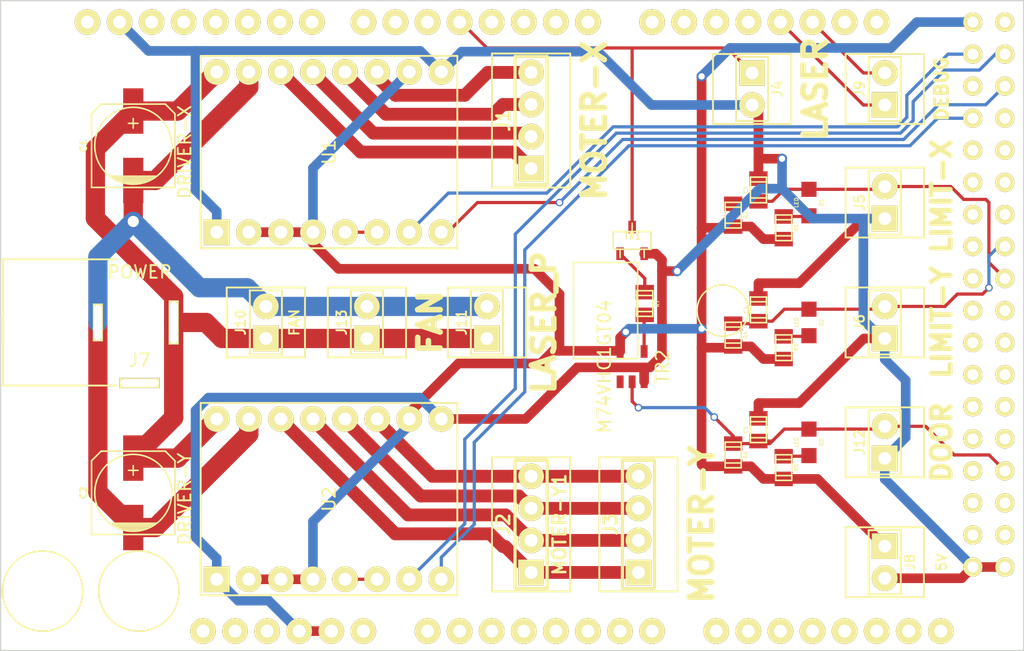
<source format=kicad_pcb>
(kicad_pcb (version 20171130) (host pcbnew "(5.1.12)-1")

  (general
    (thickness 1.6)
    (drawings 5)
    (tracks 299)
    (zones 0)
    (modules 33)
    (nets 30)
  )

  (page A3)
  (title_block
    (title "Smart Laser Mini Arduino Mega Shield")
    (rev 1.0.1)
    (company smartDIYs)
  )

  (layers
    (0 F.Cu signal)
    (31 B.Cu signal)
    (32 B.Adhes user hide)
    (33 F.Adhes user hide)
    (34 B.Paste user hide)
    (35 F.Paste user hide)
    (36 B.SilkS user hide)
    (37 F.SilkS user hide)
    (38 B.Mask user)
    (39 F.Mask user)
    (40 Dwgs.User user)
    (41 Cmts.User user)
    (42 Eco1.User user)
    (43 Eco2.User user)
    (44 Edge.Cuts user)
  )

  (setup
    (last_trace_width 0.254)
    (trace_clearance 0.254)
    (zone_clearance 0.508)
    (zone_45_only no)
    (trace_min 0.254)
    (via_size 0.889)
    (via_drill 0.635)
    (via_min_size 0.59944)
    (via_min_drill 0.39878)
    (uvia_size 0.508)
    (uvia_drill 0.127)
    (uvias_allowed no)
    (uvia_min_size 0.508)
    (uvia_min_drill 0.127)
    (edge_width 0.1)
    (segment_width 0.2)
    (pcb_text_width 0.3)
    (pcb_text_size 1.5 1.5)
    (mod_edge_width 0.15)
    (mod_text_size 1 1)
    (mod_text_width 0.15)
    (pad_size 2.032 2.032)
    (pad_drill 1.016)
    (pad_to_mask_clearance 0)
    (aux_axis_origin 0 0)
    (visible_elements 7FFFFFFF)
    (pcbplotparams
      (layerselection 0x00030_ffffffff)
      (usegerberextensions true)
      (usegerberattributes true)
      (usegerberadvancedattributes true)
      (creategerberjobfile true)
      (excludeedgelayer true)
      (linewidth 0.150000)
      (plotframeref false)
      (viasonmask false)
      (mode 1)
      (useauxorigin false)
      (hpglpennumber 1)
      (hpglpenspeed 20)
      (hpglpendiameter 15.000000)
      (psnegative false)
      (psa4output false)
      (plotreference true)
      (plotvalue true)
      (plotinvisibletext false)
      (padsonsilk false)
      (subtractmaskfromsilk true)
      (outputformat 1)
      (mirror false)
      (drillshape 0)
      (scaleselection 1)
      (outputdirectory "Gaber/"))
  )

  (net 0 "")
  (net 1 GND)
  (net 2 N-000001)
  (net 3 N-0000010)
  (net 4 N-000002)
  (net 5 N-000003)
  (net 6 N-0000038)
  (net 7 N-0000039)
  (net 8 N-000004)
  (net 9 N-0000041)
  (net 10 N-0000042)
  (net 11 N-0000044)
  (net 12 N-0000045)
  (net 13 N-0000046)
  (net 14 N-0000047)
  (net 15 N-0000048)
  (net 16 N-0000049)
  (net 17 N-000005)
  (net 18 N-0000050)
  (net 19 N-0000051)
  (net 20 N-0000052)
  (net 21 N-0000054)
  (net 22 N-0000055)
  (net 23 N-000006)
  (net 24 N-000007)
  (net 25 N-000008)
  (net 26 N-000009)
  (net 27 N-0000096)
  (net 28 N-0000097)
  (net 29 VDD)

  (net_class Default "これは標準のネット クラスです。"
    (clearance 0.254)
    (trace_width 0.254)
    (via_dia 0.889)
    (via_drill 0.635)
    (uvia_dia 0.508)
    (uvia_drill 0.127)
  )

  (net_class 12V ""
    (clearance 0.254)
    (trace_width 1.524)
    (via_dia 1.143)
    (via_drill 0.889)
    (uvia_dia 0.508)
    (uvia_drill 0.127)
    (add_net N-0000096)
    (add_net N-0000097)
  )

  (net_class 5V ""
    (clearance 0.254)
    (trace_width 0.762)
    (via_dia 0.8001)
    (via_drill 0.50038)
    (uvia_dia 0.508)
    (uvia_drill 0.127)
    (add_net GND)
    (add_net VDD)
  )

  (net_class motor ""
    (clearance 0.254)
    (trace_width 1.016)
    (via_dia 0.8001)
    (via_drill 0.50038)
    (uvia_dia 0.508)
    (uvia_drill 0.127)
    (add_net N-0000010)
    (add_net N-000003)
    (add_net N-000004)
    (add_net N-000005)
    (add_net N-000006)
    (add_net N-000007)
    (add_net N-000008)
    (add_net N-000009)
  )

  (net_class signal ""
    (clearance 0.1524)
    (trace_width 0.254)
    (via_dia 0.59944)
    (via_drill 0.39878)
    (uvia_dia 0.508)
    (uvia_drill 0.127)
    (add_net N-000001)
    (add_net N-000002)
    (add_net N-0000038)
    (add_net N-0000039)
    (add_net N-0000041)
    (add_net N-0000042)
    (add_net N-0000044)
    (add_net N-0000045)
    (add_net N-0000046)
    (add_net N-0000047)
    (add_net N-0000048)
    (add_net N-0000049)
    (add_net N-0000050)
    (add_net N-0000051)
    (add_net N-0000052)
    (add_net N-0000054)
    (add_net N-0000055)
  )

  (module SOT-23 (layer F.Cu) (tedit 5075E5CC) (tstamp 54D08D41)
    (at 77 46.5)
    (descr SOT23)
    (path /54D06038)
    (attr smd)
    (fp_text reference TR1 (at 0.0254 -0.3302) (layer F.SilkS)
      (effects (font (size 0.50038 0.50038) (thickness 0.09906)))
    )
    (fp_text value BSH105 (at 0 0.3302) (layer F.SilkS) hide
      (effects (font (size 0.50038 0.50038) (thickness 0.09906)))
    )
    (fp_line (start -1.4986 0.6985) (end -1.4986 -0.6985) (layer F.SilkS) (width 0.127))
    (fp_line (start 1.4986 0.6985) (end -1.4986 0.6985) (layer F.SilkS) (width 0.127))
    (fp_line (start 1.4986 -0.6985) (end 1.4986 0.6985) (layer F.SilkS) (width 0.127))
    (fp_line (start -1.4986 -0.6985) (end 1.4986 -0.6985) (layer F.SilkS) (width 0.127))
    (fp_line (start 0 -0.6985) (end 0 -1.3589) (layer F.SilkS) (width 0.127))
    (fp_line (start -0.9525 0.6985) (end -0.9525 1.3589) (layer F.SilkS) (width 0.127))
    (fp_line (start 0.9525 0.6985) (end 0.9525 1.3589) (layer F.SilkS) (width 0.127))
    (pad G smd rect (at -0.9525 1.05664) (size 0.59944 1.00076) (layers F.Cu F.Paste F.Mask)
      (net 12 N-0000045))
    (pad D smd rect (at 0 -1.05664) (size 0.59944 1.00076) (layers F.Cu F.Paste F.Mask)
      (net 11 N-0000044))
    (pad S smd rect (at 0.9525 1.05664) (size 0.59944 1.00076) (layers F.Cu F.Paste F.Mask)
      (net 1 GND))
    (model smd/smd_transistors/sot23.wrl
      (at (xyz 0 0 0))
      (scale (xyz 1 1 1))
      (rotate (xyz 0 0 0))
    )
  )

  (module PIN_ARRAY_4x1 (layer F.Cu) (tedit 54E1DAE1) (tstamp 54D08D5F)
    (at 77.5 69 90)
    (descr "Double rangee de contacts 2 x 5 pins")
    (tags CONN)
    (path /54B5EA80)
    (fp_text reference J3 (at 0 -2.19964 90) (layer F.SilkS)
      (effects (font (size 1.016 1.016) (thickness 0.2032)))
    )
    (fp_text value MOTER-Y (at 0 5 90) (layer F.SilkS)
      (effects (font (size 1.778 1.778) (thickness 0.4445)))
    )
    (fp_line (start 5.08 1.27) (end 5.08 -1.27) (layer F.SilkS) (width 0.254))
    (fp_line (start -5.08 -1.27) (end -5.08 1.27) (layer F.SilkS) (width 0.254))
    (fp_line (start 5.08 -1.27) (end -5.08 -1.27) (layer F.SilkS) (width 0.254))
    (fp_line (start 5.08 1.27) (end -5.08 1.27) (layer F.SilkS) (width 0.254))
    (fp_line (start -5.31114 3.0988) (end -5.31114 -3.0988) (layer F.SilkS) (width 0.14986))
    (fp_line (start 5.31114 3.0988) (end -5.31114 3.0988) (layer F.SilkS) (width 0.14986))
    (fp_line (start 5.31114 -3.0988) (end 5.31114 3.0988) (layer F.SilkS) (width 0.14986))
    (fp_line (start -5.31114 -3.0988) (end 5.31114 -3.0988) (layer F.SilkS) (width 0.14986))
    (pad 1 thru_hole rect (at -3.81 0 90) (size 2.032 2.032) (drill 1.016) (layers *.Cu *.Mask F.SilkS)
      (net 23 N-000006))
    (pad 2 thru_hole circle (at -1.27 0 90) (size 2.032 2.032) (drill 1.016) (layers *.Cu *.Mask F.SilkS)
      (net 17 N-000005))
    (pad 3 thru_hole circle (at 1.27 0 90) (size 2.032 2.032) (drill 1.016) (layers *.Cu *.Mask F.SilkS)
      (net 8 N-000004))
    (pad 4 thru_hole circle (at 3.81 0 90) (size 2.032 2.032) (drill 1.016) (layers *.Cu *.Mask F.SilkS)
      (net 5 N-000003))
    (model pin_array\pins_array_4x1.wrl
      (at (xyz 0 0 0))
      (scale (xyz 1 1 1))
      (rotate (xyz 0 0 0))
    )
  )

  (module PIN_ARRAY_4x1 (layer F.Cu) (tedit 546EEAA0) (tstamp 54D08D6F)
    (at 69 69 90)
    (descr "Double rangee de contacts 2 x 5 pins")
    (tags CONN)
    (path /54B5EA97)
    (fp_text reference J2 (at 0 -2.19964 90) (layer F.SilkS)
      (effects (font (size 1.016 1.016) (thickness 0.2032)))
    )
    (fp_text value MOTER-Y1 (at 0 2.25044 90) (layer F.SilkS)
      (effects (font (size 1.016 1.016) (thickness 0.2032)))
    )
    (fp_line (start 5.08 1.27) (end 5.08 -1.27) (layer F.SilkS) (width 0.254))
    (fp_line (start -5.08 -1.27) (end -5.08 1.27) (layer F.SilkS) (width 0.254))
    (fp_line (start 5.08 -1.27) (end -5.08 -1.27) (layer F.SilkS) (width 0.254))
    (fp_line (start 5.08 1.27) (end -5.08 1.27) (layer F.SilkS) (width 0.254))
    (fp_line (start -5.31114 3.0988) (end -5.31114 -3.0988) (layer F.SilkS) (width 0.14986))
    (fp_line (start 5.31114 3.0988) (end -5.31114 3.0988) (layer F.SilkS) (width 0.14986))
    (fp_line (start 5.31114 -3.0988) (end 5.31114 3.0988) (layer F.SilkS) (width 0.14986))
    (fp_line (start -5.31114 -3.0988) (end 5.31114 -3.0988) (layer F.SilkS) (width 0.14986))
    (pad 1 thru_hole rect (at -3.81 0 90) (size 2.032 2.032) (drill 1.016) (layers *.Cu *.Mask F.SilkS)
      (net 23 N-000006))
    (pad 2 thru_hole circle (at -1.27 0 90) (size 2.032 2.032) (drill 1.016) (layers *.Cu *.Mask F.SilkS)
      (net 17 N-000005))
    (pad 3 thru_hole circle (at 1.27 0 90) (size 2.032 2.032) (drill 1.016) (layers *.Cu *.Mask F.SilkS)
      (net 8 N-000004))
    (pad 4 thru_hole circle (at 3.81 0 90) (size 2.032 2.032) (drill 1.016) (layers *.Cu *.Mask F.SilkS)
      (net 5 N-000003))
    (model pin_array\pins_array_4x1.wrl
      (at (xyz 0 0 0))
      (scale (xyz 1 1 1))
      (rotate (xyz 0 0 0))
    )
  )

  (module PIN_ARRAY_4x1 (layer F.Cu) (tedit 54E1DAF1) (tstamp 54D08D7F)
    (at 69 37 90)
    (descr "Double rangee de contacts 2 x 5 pins")
    (tags CONN)
    (path /54B5EA9D)
    (fp_text reference J1 (at 0 -2.19964 90) (layer F.SilkS)
      (effects (font (size 1.016 1.016) (thickness 0.2032)))
    )
    (fp_text value MOTER-X (at 0 5 90) (layer F.SilkS)
      (effects (font (size 1.778 1.778) (thickness 0.4445)))
    )
    (fp_line (start 5.08 1.27) (end 5.08 -1.27) (layer F.SilkS) (width 0.254))
    (fp_line (start -5.08 -1.27) (end -5.08 1.27) (layer F.SilkS) (width 0.254))
    (fp_line (start 5.08 -1.27) (end -5.08 -1.27) (layer F.SilkS) (width 0.254))
    (fp_line (start 5.08 1.27) (end -5.08 1.27) (layer F.SilkS) (width 0.254))
    (fp_line (start -5.31114 3.0988) (end -5.31114 -3.0988) (layer F.SilkS) (width 0.14986))
    (fp_line (start 5.31114 3.0988) (end -5.31114 3.0988) (layer F.SilkS) (width 0.14986))
    (fp_line (start 5.31114 -3.0988) (end 5.31114 3.0988) (layer F.SilkS) (width 0.14986))
    (fp_line (start -5.31114 -3.0988) (end 5.31114 -3.0988) (layer F.SilkS) (width 0.14986))
    (pad 1 thru_hole rect (at -3.81 0 90) (size 2.032 2.032) (drill 1.016) (layers *.Cu *.Mask F.SilkS)
      (net 3 N-0000010))
    (pad 2 thru_hole circle (at -1.27 0 90) (size 2.032 2.032) (drill 1.016) (layers *.Cu *.Mask F.SilkS)
      (net 26 N-000009))
    (pad 3 thru_hole circle (at 1.27 0 90) (size 2.032 2.032) (drill 1.016) (layers *.Cu *.Mask F.SilkS)
      (net 25 N-000008))
    (pad 4 thru_hole circle (at 3.81 0 90) (size 2.032 2.032) (drill 1.016) (layers *.Cu *.Mask F.SilkS)
      (net 24 N-000007))
    (model pin_array\pins_array_4x1.wrl
      (at (xyz 0 0 0))
      (scale (xyz 1 1 1))
      (rotate (xyz 0 0 0))
    )
  )

  (module PIN_ARRAY_2X1 (layer F.Cu) (tedit 54E1DB89) (tstamp 54D08D8D)
    (at 97 43.5 90)
    (descr "Connecteurs 2 pins")
    (tags "CONN DEV")
    (path /54B5EB39)
    (fp_text reference J5 (at 0 -1.99898 90) (layer F.SilkS)
      (effects (font (size 0.762 0.762) (thickness 0.1524)))
    )
    (fp_text value LIMIT-X (at 0.5 4.5 90) (layer F.SilkS)
      (effects (font (size 1.524 1.524) (thickness 0.381)))
    )
    (fp_line (start 2.54 1.27) (end -2.54 1.27) (layer F.SilkS) (width 0.1524))
    (fp_line (start 2.54 -1.27) (end 2.54 1.27) (layer F.SilkS) (width 0.1524))
    (fp_line (start -2.54 -1.27) (end 2.54 -1.27) (layer F.SilkS) (width 0.1524))
    (fp_line (start -2.54 1.27) (end -2.54 -1.27) (layer F.SilkS) (width 0.1524))
    (fp_line (start -2.77114 3.0988) (end -2.77114 -3.0988) (layer F.SilkS) (width 0.14986))
    (fp_line (start 2.77114 3.0988) (end -2.77114 3.0988) (layer F.SilkS) (width 0.14986))
    (fp_line (start 2.77114 -3.0988) (end 2.77114 3.0988) (layer F.SilkS) (width 0.14986))
    (fp_line (start -2.77114 -3.0988) (end 2.77114 -3.0988) (layer F.SilkS) (width 0.14986))
    (pad 1 thru_hole rect (at -1.27 0 90) (size 2.032 2.032) (drill 1.016) (layers *.Cu *.Mask F.SilkS)
      (net 1 GND))
    (pad 2 thru_hole circle (at 1.27 0 90) (size 2.032 2.032) (drill 1.016) (layers *.Cu *.Mask F.SilkS)
      (net 20 N-0000052))
    (model pin_array/pins_array_2x1.wrl
      (at (xyz 0 0 0))
      (scale (xyz 1 1 1))
      (rotate (xyz 0 0 0))
    )
  )

  (module PIN_ARRAY_2X1 (layer F.Cu) (tedit 54E1DACE) (tstamp 54D08D9B)
    (at 65.5 53 90)
    (descr "Connecteurs 2 pins")
    (tags "CONN DEV")
    (path /54BF3C61)
    (fp_text reference J11 (at 0 -1.99898 90) (layer F.SilkS)
      (effects (font (size 0.762 0.762) (thickness 0.1524)))
    )
    (fp_text value LASER_P (at 0 4.5 90) (layer F.SilkS)
      (effects (font (size 1.778 1.778) (thickness 0.4445)))
    )
    (fp_line (start 2.54 1.27) (end -2.54 1.27) (layer F.SilkS) (width 0.1524))
    (fp_line (start 2.54 -1.27) (end 2.54 1.27) (layer F.SilkS) (width 0.1524))
    (fp_line (start -2.54 -1.27) (end 2.54 -1.27) (layer F.SilkS) (width 0.1524))
    (fp_line (start -2.54 1.27) (end -2.54 -1.27) (layer F.SilkS) (width 0.1524))
    (fp_line (start -2.77114 3.0988) (end -2.77114 -3.0988) (layer F.SilkS) (width 0.14986))
    (fp_line (start 2.77114 3.0988) (end -2.77114 3.0988) (layer F.SilkS) (width 0.14986))
    (fp_line (start 2.77114 -3.0988) (end 2.77114 3.0988) (layer F.SilkS) (width 0.14986))
    (fp_line (start -2.77114 -3.0988) (end 2.77114 -3.0988) (layer F.SilkS) (width 0.14986))
    (pad 1 thru_hole rect (at -1.27 0 90) (size 2.032 2.032) (drill 1.016) (layers *.Cu *.Mask F.SilkS)
      (net 28 N-0000097))
    (pad 2 thru_hole circle (at 1.27 0 90) (size 2.032 2.032) (drill 1.016) (layers *.Cu *.Mask F.SilkS)
      (net 27 N-0000096))
    (model pin_array/pins_array_2x1.wrl
      (at (xyz 0 0 0))
      (scale (xyz 1 1 1))
      (rotate (xyz 0 0 0))
    )
  )

  (module PIN_ARRAY_2X1 (layer F.Cu) (tedit 54E1DB59) (tstamp 54D08DA9)
    (at 97 62.5 90)
    (descr "Connecteurs 2 pins")
    (tags "CONN DEV")
    (path /54D060C2)
    (fp_text reference J12 (at 0 -1.99898 90) (layer F.SilkS)
      (effects (font (size 0.762 0.762) (thickness 0.1524)))
    )
    (fp_text value DOOR (at 0 4.5 90) (layer F.SilkS)
      (effects (font (size 1.524 1.524) (thickness 0.381)))
    )
    (fp_line (start 2.54 1.27) (end -2.54 1.27) (layer F.SilkS) (width 0.1524))
    (fp_line (start 2.54 -1.27) (end 2.54 1.27) (layer F.SilkS) (width 0.1524))
    (fp_line (start -2.54 -1.27) (end 2.54 -1.27) (layer F.SilkS) (width 0.1524))
    (fp_line (start -2.54 1.27) (end -2.54 -1.27) (layer F.SilkS) (width 0.1524))
    (fp_line (start -2.77114 3.0988) (end -2.77114 -3.0988) (layer F.SilkS) (width 0.14986))
    (fp_line (start 2.77114 3.0988) (end -2.77114 3.0988) (layer F.SilkS) (width 0.14986))
    (fp_line (start 2.77114 -3.0988) (end 2.77114 3.0988) (layer F.SilkS) (width 0.14986))
    (fp_line (start -2.77114 -3.0988) (end 2.77114 -3.0988) (layer F.SilkS) (width 0.14986))
    (pad 1 thru_hole rect (at -1.27 0 90) (size 2.032 2.032) (drill 1.016) (layers *.Cu *.Mask F.SilkS)
      (net 1 GND))
    (pad 2 thru_hole circle (at 1.27 0 90) (size 2.032 2.032) (drill 1.016) (layers *.Cu *.Mask F.SilkS)
      (net 9 N-0000041))
    (model pin_array/pins_array_2x1.wrl
      (at (xyz 0 0 0))
      (scale (xyz 1 1 1))
      (rotate (xyz 0 0 0))
    )
  )

  (module PIN_ARRAY_2X1 (layer F.Cu) (tedit 54E1DB83) (tstamp 54D08DB7)
    (at 97 53 90)
    (descr "Connecteurs 2 pins")
    (tags "CONN DEV")
    (path /54B5EB46)
    (fp_text reference J6 (at 0 -1.99898 90) (layer F.SilkS)
      (effects (font (size 0.762 0.762) (thickness 0.1524)))
    )
    (fp_text value LIMIT-Y (at 0 4.5 90) (layer F.SilkS)
      (effects (font (size 1.524 1.524) (thickness 0.381)))
    )
    (fp_line (start 2.54 1.27) (end -2.54 1.27) (layer F.SilkS) (width 0.1524))
    (fp_line (start 2.54 -1.27) (end 2.54 1.27) (layer F.SilkS) (width 0.1524))
    (fp_line (start -2.54 -1.27) (end 2.54 -1.27) (layer F.SilkS) (width 0.1524))
    (fp_line (start -2.54 1.27) (end -2.54 -1.27) (layer F.SilkS) (width 0.1524))
    (fp_line (start -2.77114 3.0988) (end -2.77114 -3.0988) (layer F.SilkS) (width 0.14986))
    (fp_line (start 2.77114 3.0988) (end -2.77114 3.0988) (layer F.SilkS) (width 0.14986))
    (fp_line (start 2.77114 -3.0988) (end 2.77114 3.0988) (layer F.SilkS) (width 0.14986))
    (fp_line (start -2.77114 -3.0988) (end 2.77114 -3.0988) (layer F.SilkS) (width 0.14986))
    (pad 1 thru_hole rect (at -1.27 0 90) (size 2.032 2.032) (drill 1.016) (layers *.Cu *.Mask F.SilkS)
      (net 1 GND))
    (pad 2 thru_hole circle (at 1.27 0 90) (size 2.032 2.032) (drill 1.016) (layers *.Cu *.Mask F.SilkS)
      (net 14 N-0000047))
    (model pin_array/pins_array_2x1.wrl
      (at (xyz 0 0 0))
      (scale (xyz 1 1 1))
      (rotate (xyz 0 0 0))
    )
  )

  (module PIN_ARRAY_2X1 (layer F.Cu) (tedit 54E1DB30) (tstamp 54D08DC5)
    (at 97 34.5 90)
    (descr "Connecteurs 2 pins")
    (tags "CONN DEV")
    (path /54B5EB25)
    (fp_text reference J9 (at 0 -1.99898 90) (layer F.SilkS)
      (effects (font (size 0.762 0.762) (thickness 0.1524)))
    )
    (fp_text value DEBUG (at 0 4.5 90) (layer F.SilkS)
      (effects (font (size 1.016 1.016) (thickness 0.254)))
    )
    (fp_line (start 2.54 1.27) (end -2.54 1.27) (layer F.SilkS) (width 0.1524))
    (fp_line (start 2.54 -1.27) (end 2.54 1.27) (layer F.SilkS) (width 0.1524))
    (fp_line (start -2.54 -1.27) (end 2.54 -1.27) (layer F.SilkS) (width 0.1524))
    (fp_line (start -2.54 1.27) (end -2.54 -1.27) (layer F.SilkS) (width 0.1524))
    (fp_line (start -2.77114 3.0988) (end -2.77114 -3.0988) (layer F.SilkS) (width 0.14986))
    (fp_line (start 2.77114 3.0988) (end -2.77114 3.0988) (layer F.SilkS) (width 0.14986))
    (fp_line (start 2.77114 -3.0988) (end 2.77114 3.0988) (layer F.SilkS) (width 0.14986))
    (fp_line (start -2.77114 -3.0988) (end 2.77114 -3.0988) (layer F.SilkS) (width 0.14986))
    (pad 1 thru_hole rect (at -1.27 0 90) (size 2.032 2.032) (drill 1.016) (layers *.Cu *.Mask F.SilkS)
      (net 21 N-0000054))
    (pad 2 thru_hole circle (at 1.27 0 90) (size 2.032 2.032) (drill 1.016) (layers *.Cu *.Mask F.SilkS)
      (net 22 N-0000055))
    (model pin_array/pins_array_2x1.wrl
      (at (xyz 0 0 0))
      (scale (xyz 1 1 1))
      (rotate (xyz 0 0 0))
    )
  )

  (module PIN_ARRAY_2X1 (layer F.Cu) (tedit 54E1DB73) (tstamp 54D08DD3)
    (at 97 72 270)
    (descr "Connecteurs 2 pins")
    (tags "CONN DEV")
    (path /54B5EB0C)
    (fp_text reference J8 (at 0 -1.99898 270) (layer F.SilkS)
      (effects (font (size 0.762 0.762) (thickness 0.1524)))
    )
    (fp_text value 5V (at 0 -4.5 270) (layer F.SilkS)
      (effects (font (size 0.762 0.762) (thickness 0.1524)))
    )
    (fp_line (start 2.54 1.27) (end -2.54 1.27) (layer F.SilkS) (width 0.1524))
    (fp_line (start 2.54 -1.27) (end 2.54 1.27) (layer F.SilkS) (width 0.1524))
    (fp_line (start -2.54 -1.27) (end 2.54 -1.27) (layer F.SilkS) (width 0.1524))
    (fp_line (start -2.54 1.27) (end -2.54 -1.27) (layer F.SilkS) (width 0.1524))
    (fp_line (start -2.77114 3.0988) (end -2.77114 -3.0988) (layer F.SilkS) (width 0.14986))
    (fp_line (start 2.77114 3.0988) (end -2.77114 3.0988) (layer F.SilkS) (width 0.14986))
    (fp_line (start 2.77114 -3.0988) (end 2.77114 3.0988) (layer F.SilkS) (width 0.14986))
    (fp_line (start -2.77114 -3.0988) (end 2.77114 -3.0988) (layer F.SilkS) (width 0.14986))
    (pad 1 thru_hole rect (at -1.27 0 270) (size 2.032 2.032) (drill 1.016) (layers *.Cu *.Mask F.SilkS)
      (net 29 VDD))
    (pad 2 thru_hole circle (at 1.27 0 270) (size 2.032 2.032) (drill 1.016) (layers *.Cu *.Mask F.SilkS)
      (net 1 GND))
    (model pin_array/pins_array_2x1.wrl
      (at (xyz 0 0 0))
      (scale (xyz 1 1 1))
      (rotate (xyz 0 0 0))
    )
  )

  (module PIN_ARRAY_2X1 (layer F.Cu) (tedit 54E1DB05) (tstamp 54D08DE1)
    (at 86.5 34.5 270)
    (descr "Connecteurs 2 pins")
    (tags "CONN DEV")
    (path /54B5EAEE)
    (fp_text reference J4 (at 0 -1.99898 270) (layer F.SilkS)
      (effects (font (size 0.762 0.762) (thickness 0.1524)))
    )
    (fp_text value LASER (at 0 -5 270) (layer F.SilkS)
      (effects (font (size 1.778 1.778) (thickness 0.4445)))
    )
    (fp_line (start 2.54 1.27) (end -2.54 1.27) (layer F.SilkS) (width 0.1524))
    (fp_line (start 2.54 -1.27) (end 2.54 1.27) (layer F.SilkS) (width 0.1524))
    (fp_line (start -2.54 -1.27) (end 2.54 -1.27) (layer F.SilkS) (width 0.1524))
    (fp_line (start -2.54 1.27) (end -2.54 -1.27) (layer F.SilkS) (width 0.1524))
    (fp_line (start -2.77114 3.0988) (end -2.77114 -3.0988) (layer F.SilkS) (width 0.14986))
    (fp_line (start 2.77114 3.0988) (end -2.77114 3.0988) (layer F.SilkS) (width 0.14986))
    (fp_line (start 2.77114 -3.0988) (end 2.77114 3.0988) (layer F.SilkS) (width 0.14986))
    (fp_line (start -2.77114 -3.0988) (end 2.77114 -3.0988) (layer F.SilkS) (width 0.14986))
    (pad 1 thru_hole rect (at -1.27 0 270) (size 2.032 2.032) (drill 1.016) (layers *.Cu *.Mask F.SilkS)
      (net 11 N-0000044))
    (pad 2 thru_hole circle (at 1.27 0 270) (size 2.032 2.032) (drill 1.016) (layers *.Cu *.Mask F.SilkS)
      (net 1 GND))
    (model pin_array/pins_array_2x1.wrl
      (at (xyz 0 0 0))
      (scale (xyz 1 1 1))
      (rotate (xyz 0 0 0))
    )
  )

  (module PIN_ARRAY_2X1 (layer F.Cu) (tedit 546EEAB6) (tstamp 54D08DEF)
    (at 48 53 90)
    (descr "Connecteurs 2 pins")
    (tags "CONN DEV")
    (path /54B5EAA5)
    (fp_text reference J10 (at 0 -1.99898 90) (layer F.SilkS)
      (effects (font (size 0.762 0.762) (thickness 0.1524)))
    )
    (fp_text value FAN (at 0 2.25044 90) (layer F.SilkS)
      (effects (font (size 0.762 0.762) (thickness 0.1524)))
    )
    (fp_line (start 2.54 1.27) (end -2.54 1.27) (layer F.SilkS) (width 0.1524))
    (fp_line (start 2.54 -1.27) (end 2.54 1.27) (layer F.SilkS) (width 0.1524))
    (fp_line (start -2.54 -1.27) (end 2.54 -1.27) (layer F.SilkS) (width 0.1524))
    (fp_line (start -2.54 1.27) (end -2.54 -1.27) (layer F.SilkS) (width 0.1524))
    (fp_line (start -2.77114 3.0988) (end -2.77114 -3.0988) (layer F.SilkS) (width 0.14986))
    (fp_line (start 2.77114 3.0988) (end -2.77114 3.0988) (layer F.SilkS) (width 0.14986))
    (fp_line (start 2.77114 -3.0988) (end 2.77114 3.0988) (layer F.SilkS) (width 0.14986))
    (fp_line (start -2.77114 -3.0988) (end 2.77114 -3.0988) (layer F.SilkS) (width 0.14986))
    (pad 1 thru_hole rect (at -1.27 0 90) (size 2.032 2.032) (drill 1.016) (layers *.Cu *.Mask F.SilkS)
      (net 28 N-0000097))
    (pad 2 thru_hole circle (at 1.27 0 90) (size 2.032 2.032) (drill 1.016) (layers *.Cu *.Mask F.SilkS)
      (net 27 N-0000096))
    (model pin_array/pins_array_2x1.wrl
      (at (xyz 0 0 0))
      (scale (xyz 1 1 1))
      (rotate (xyz 0 0 0))
    )
  )

  (module PIN_ARRAY_2X1 (layer F.Cu) (tedit 54E1DAAA) (tstamp 54D08DFD)
    (at 56 53 90)
    (descr "Connecteurs 2 pins")
    (tags "CONN DEV")
    (path /54D07279)
    (fp_text reference J13 (at 0 -1.99898 90) (layer F.SilkS)
      (effects (font (size 0.762 0.762) (thickness 0.1524)))
    )
    (fp_text value FAN (at 0 5 90) (layer F.SilkS)
      (effects (font (size 1.778 1.778) (thickness 0.4445)))
    )
    (fp_line (start 2.54 1.27) (end -2.54 1.27) (layer F.SilkS) (width 0.1524))
    (fp_line (start 2.54 -1.27) (end 2.54 1.27) (layer F.SilkS) (width 0.1524))
    (fp_line (start -2.54 -1.27) (end 2.54 -1.27) (layer F.SilkS) (width 0.1524))
    (fp_line (start -2.54 1.27) (end -2.54 -1.27) (layer F.SilkS) (width 0.1524))
    (fp_line (start -2.77114 3.0988) (end -2.77114 -3.0988) (layer F.SilkS) (width 0.14986))
    (fp_line (start 2.77114 3.0988) (end -2.77114 3.0988) (layer F.SilkS) (width 0.14986))
    (fp_line (start 2.77114 -3.0988) (end 2.77114 3.0988) (layer F.SilkS) (width 0.14986))
    (fp_line (start -2.77114 -3.0988) (end 2.77114 -3.0988) (layer F.SilkS) (width 0.14986))
    (pad 1 thru_hole rect (at -1.27 0 90) (size 2.032 2.032) (drill 1.016) (layers *.Cu *.Mask F.SilkS)
      (net 28 N-0000097))
    (pad 2 thru_hole circle (at 1.27 0 90) (size 2.032 2.032) (drill 1.016) (layers *.Cu *.Mask F.SilkS)
      (net 27 N-0000096))
    (model pin_array/pins_array_2x1.wrl
      (at (xyz 0 0 0))
      (scale (xyz 1 1 1))
      (rotate (xyz 0 0 0))
    )
  )

  (module DC-005 (layer F.Cu) (tedit 54D07207) (tstamp 54D08E08)
    (at 38 53)
    (path /54BF3C4A)
    (fp_text reference J7 (at 0 3) (layer F.SilkS)
      (effects (font (size 1 1) (thickness 0.15)))
    )
    (fp_text value POWER (at 0 -4) (layer F.SilkS)
      (effects (font (size 1 1) (thickness 0.15)))
    )
    (fp_line (start -10.8 0) (end -10.8 -5) (layer F.SilkS) (width 0.15))
    (fp_line (start -10.8 5) (end -1.8 5) (layer F.SilkS) (width 0.15))
    (fp_line (start -10.8 0) (end -10.8 5) (layer F.SilkS) (width 0.15))
    (fp_line (start -10.8 -5) (end -1.8 -5) (layer F.SilkS) (width 0.15))
    (pad 1 thru_hole trapezoid (at 2.7 0) (size 0.8 3.5) (drill oval 0.6 3.3) (layers *.Cu *.Mask F.SilkS)
      (net 28 N-0000097))
    (pad 2 thru_hole rect (at -3.3 0) (size 0.8 3) (drill oval 0.6 2.8) (layers *.Cu *.Mask F.SilkS)
      (net 27 N-0000096))
    (pad 3 thru_hole rect (at 0 4.8) (size 3.2 0.8) (drill oval 3 0.6) (layers *.Cu *.Mask F.SilkS))
  )

  (module C_LED (layer F.Cu) (tedit 546EF146) (tstamp 54D08E0E)
    (at 91 62.5 90)
    (path /54D060DA)
    (attr smd)
    (fp_text reference D3 (at 0 0.9906 90) (layer F.SilkS)
      (effects (font (size 0.29972 0.29972) (thickness 0.06096)))
    )
    (fp_text value LED (at 0 -0.9906 90) (layer F.SilkS)
      (effects (font (size 0.29972 0.29972) (thickness 0.06096)))
    )
    (pad 1 smd rect (at -1.05 0 90) (size 1.2 1.2) (layers F.Cu F.Paste F.Mask)
      (net 10 N-0000042))
    (pad 2 smd rect (at 1.05 0 90) (size 1.2 1.2) (layers F.Cu F.Paste F.Mask)
      (net 9 N-0000041))
  )

  (module C_LED (layer F.Cu) (tedit 546EF146) (tstamp 54D08E14)
    (at 91 43.5 90)
    (path /54B5EB84)
    (attr smd)
    (fp_text reference D1 (at 0 0.9906 90) (layer F.SilkS)
      (effects (font (size 0.29972 0.29972) (thickness 0.06096)))
    )
    (fp_text value LED (at 0 -0.9906 90) (layer F.SilkS)
      (effects (font (size 0.29972 0.29972) (thickness 0.06096)))
    )
    (pad 1 smd rect (at -1.05 0 90) (size 1.2 1.2) (layers F.Cu F.Paste F.Mask)
      (net 7 N-0000039))
    (pad 2 smd rect (at 1.05 0 90) (size 1.2 1.2) (layers F.Cu F.Paste F.Mask)
      (net 20 N-0000052))
  )

  (module C_LED (layer F.Cu) (tedit 546EF146) (tstamp 54D08E1A)
    (at 91 53 90)
    (path /54B5EB91)
    (attr smd)
    (fp_text reference D2 (at 0 0.9906 90) (layer F.SilkS)
      (effects (font (size 0.29972 0.29972) (thickness 0.06096)))
    )
    (fp_text value LED (at 0 -0.9906 90) (layer F.SilkS)
      (effects (font (size 0.29972 0.29972) (thickness 0.06096)))
    )
    (pad 1 smd rect (at -1.05 0 90) (size 1.2 1.2) (layers F.Cu F.Paste F.Mask)
      (net 6 N-0000038))
    (pad 2 smd rect (at 1.05 0 90) (size 1.2 1.2) (layers F.Cu F.Paste F.Mask)
      (net 14 N-0000047))
  )

  (module C_ELEC_6.3x7.7 (layer F.Cu) (tedit 49F5C0C2) (tstamp 54D08E2E)
    (at 37.5 39 90)
    (descr "SMT capacitor, aluminium electrolytic, 6.3x7.7")
    (path /54B5EAE6)
    (attr smd)
    (fp_text reference C1 (at 0 -3.937 90) (layer F.SilkS)
      (effects (font (size 0.50038 0.50038) (thickness 0.11938)))
    )
    (fp_text value 100uF (at 0 3.81 90) (layer F.SilkS) hide
      (effects (font (size 0.50038 0.50038) (thickness 0.11938)))
    )
    (fp_circle (center 0 0) (end -3.048 0) (layer F.SilkS) (width 0.127))
    (fp_line (start 1.778 -0.381) (end 1.778 0.381) (layer F.SilkS) (width 0.127))
    (fp_line (start 2.159 0) (end 1.397 0) (layer F.SilkS) (width 0.127))
    (fp_line (start 2.54 -3.302) (end -3.302 -3.302) (layer F.SilkS) (width 0.127))
    (fp_line (start 3.302 -2.54) (end 2.54 -3.302) (layer F.SilkS) (width 0.127))
    (fp_line (start 3.302 2.54) (end 3.302 -2.54) (layer F.SilkS) (width 0.127))
    (fp_line (start 2.54 3.302) (end 3.302 2.54) (layer F.SilkS) (width 0.127))
    (fp_line (start -3.302 3.302) (end 2.54 3.302) (layer F.SilkS) (width 0.127))
    (fp_line (start -3.302 -3.302) (end -3.302 3.302) (layer F.SilkS) (width 0.127))
    (fp_line (start -2.413 -1.778) (end -2.413 1.778) (layer F.SilkS) (width 0.127))
    (fp_line (start -2.54 1.651) (end -2.54 -1.651) (layer F.SilkS) (width 0.127))
    (fp_line (start -2.667 -1.397) (end -2.667 1.397) (layer F.SilkS) (width 0.127))
    (fp_line (start -2.794 1.143) (end -2.794 -1.143) (layer F.SilkS) (width 0.127))
    (fp_line (start -2.921 -0.762) (end -2.921 0.762) (layer F.SilkS) (width 0.127))
    (pad 1 smd rect (at 2.75082 0 90) (size 3.59918 1.6002) (layers F.Cu F.Paste F.Mask)
      (net 28 N-0000097))
    (pad 2 smd rect (at -2.75082 0 90) (size 3.59918 1.6002) (layers F.Cu F.Paste F.Mask)
      (net 27 N-0000096))
    (model smd/capacitors/c_elec_6_3x7_7.wrl
      (at (xyz 0 0 0))
      (scale (xyz 1 1 1))
      (rotate (xyz 0 0 0))
    )
  )

  (module C_ELEC_6.3x7.7 (layer F.Cu) (tedit 49F5C0C2) (tstamp 54D08E42)
    (at 37.5 66.5 90)
    (descr "SMT capacitor, aluminium electrolytic, 6.3x7.7")
    (path /54B5EAD9)
    (attr smd)
    (fp_text reference C2 (at 0 -3.937 90) (layer F.SilkS)
      (effects (font (size 0.50038 0.50038) (thickness 0.11938)))
    )
    (fp_text value 100uF (at 0 3.81 90) (layer F.SilkS) hide
      (effects (font (size 0.50038 0.50038) (thickness 0.11938)))
    )
    (fp_circle (center 0 0) (end -3.048 0) (layer F.SilkS) (width 0.127))
    (fp_line (start 1.778 -0.381) (end 1.778 0.381) (layer F.SilkS) (width 0.127))
    (fp_line (start 2.159 0) (end 1.397 0) (layer F.SilkS) (width 0.127))
    (fp_line (start 2.54 -3.302) (end -3.302 -3.302) (layer F.SilkS) (width 0.127))
    (fp_line (start 3.302 -2.54) (end 2.54 -3.302) (layer F.SilkS) (width 0.127))
    (fp_line (start 3.302 2.54) (end 3.302 -2.54) (layer F.SilkS) (width 0.127))
    (fp_line (start 2.54 3.302) (end 3.302 2.54) (layer F.SilkS) (width 0.127))
    (fp_line (start -3.302 3.302) (end 2.54 3.302) (layer F.SilkS) (width 0.127))
    (fp_line (start -3.302 -3.302) (end -3.302 3.302) (layer F.SilkS) (width 0.127))
    (fp_line (start -2.413 -1.778) (end -2.413 1.778) (layer F.SilkS) (width 0.127))
    (fp_line (start -2.54 1.651) (end -2.54 -1.651) (layer F.SilkS) (width 0.127))
    (fp_line (start -2.667 -1.397) (end -2.667 1.397) (layer F.SilkS) (width 0.127))
    (fp_line (start -2.794 1.143) (end -2.794 -1.143) (layer F.SilkS) (width 0.127))
    (fp_line (start -2.921 -0.762) (end -2.921 0.762) (layer F.SilkS) (width 0.127))
    (pad 1 smd rect (at 2.75082 0 90) (size 3.59918 1.6002) (layers F.Cu F.Paste F.Mask)
      (net 28 N-0000097))
    (pad 2 smd rect (at -2.75082 0 90) (size 3.59918 1.6002) (layers F.Cu F.Paste F.Mask)
      (net 27 N-0000096))
    (model smd/capacitors/c_elec_6_3x7_7.wrl
      (at (xyz 0 0 0))
      (scale (xyz 1 1 1))
      (rotate (xyz 0 0 0))
    )
  )

  (module C_0805 (layer F.Cu) (tedit 50818BFC) (tstamp 54D08E4E)
    (at 89 45.5 270)
    (descr "SMT capacitor, 0805")
    (path /54B5EB63)
    (attr smd)
    (fp_text reference R1 (at 0 -0.9906 270) (layer F.SilkS)
      (effects (font (size 0.29972 0.29972) (thickness 0.06096)))
    )
    (fp_text value 1K (at 0 0.9906 270) (layer F.SilkS) hide
      (effects (font (size 0.29972 0.29972) (thickness 0.06096)))
    )
    (fp_line (start -1.016 0.635) (end -1.016 -0.635) (layer F.SilkS) (width 0.127))
    (fp_line (start 1.016 0.635) (end -1.016 0.635) (layer F.SilkS) (width 0.127))
    (fp_line (start 1.016 -0.635) (end 1.016 0.635) (layer F.SilkS) (width 0.127))
    (fp_line (start -1.016 -0.635) (end 1.016 -0.635) (layer F.SilkS) (width 0.127))
    (fp_line (start -0.635 -0.635) (end -0.635 0.6096) (layer F.SilkS) (width 0.127))
    (fp_line (start 0.635 -0.635) (end 0.635 0.635) (layer F.SilkS) (width 0.127))
    (pad 1 smd rect (at 0.89916 0 270) (size 1.15062 1.45034) (layers F.Cu F.Paste F.Mask)
      (net 29 VDD))
    (pad 2 smd rect (at -0.89916 0 270) (size 1.15062 1.45034) (layers F.Cu F.Paste F.Mask)
      (net 7 N-0000039))
    (model smd/capacitors/c_0805.wrl
      (at (xyz 0 0 0))
      (scale (xyz 1 1 1))
      (rotate (xyz 0 0 0))
    )
  )

  (module C_0805 (layer F.Cu) (tedit 50818BFC) (tstamp 54D08E5A)
    (at 85 63.5 270)
    (descr "SMT capacitor, 0805")
    (path /54D060D4)
    (attr smd)
    (fp_text reference R6 (at 0 -0.9906 270) (layer F.SilkS)
      (effects (font (size 0.29972 0.29972) (thickness 0.06096)))
    )
    (fp_text value 10K (at 0 0.9906 270) (layer F.SilkS) hide
      (effects (font (size 0.29972 0.29972) (thickness 0.06096)))
    )
    (fp_line (start -1.016 0.635) (end -1.016 -0.635) (layer F.SilkS) (width 0.127))
    (fp_line (start 1.016 0.635) (end -1.016 0.635) (layer F.SilkS) (width 0.127))
    (fp_line (start 1.016 -0.635) (end 1.016 0.635) (layer F.SilkS) (width 0.127))
    (fp_line (start -1.016 -0.635) (end 1.016 -0.635) (layer F.SilkS) (width 0.127))
    (fp_line (start -0.635 -0.635) (end -0.635 0.6096) (layer F.SilkS) (width 0.127))
    (fp_line (start 0.635 -0.635) (end 0.635 0.635) (layer F.SilkS) (width 0.127))
    (pad 1 smd rect (at 0.89916 0 270) (size 1.15062 1.45034) (layers F.Cu F.Paste F.Mask)
      (net 29 VDD))
    (pad 2 smd rect (at -0.89916 0 270) (size 1.15062 1.45034) (layers F.Cu F.Paste F.Mask)
      (net 9 N-0000041))
    (model smd/capacitors/c_0805.wrl
      (at (xyz 0 0 0))
      (scale (xyz 1 1 1))
      (rotate (xyz 0 0 0))
    )
  )

  (module C_0805 (layer F.Cu) (tedit 50818BFC) (tstamp 54D08E66)
    (at 89 64.5 270)
    (descr "SMT capacitor, 0805")
    (path /54D060CE)
    (attr smd)
    (fp_text reference R5 (at 0 -0.9906 270) (layer F.SilkS)
      (effects (font (size 0.29972 0.29972) (thickness 0.06096)))
    )
    (fp_text value 1K (at 0 0.9906 270) (layer F.SilkS) hide
      (effects (font (size 0.29972 0.29972) (thickness 0.06096)))
    )
    (fp_line (start -1.016 0.635) (end -1.016 -0.635) (layer F.SilkS) (width 0.127))
    (fp_line (start 1.016 0.635) (end -1.016 0.635) (layer F.SilkS) (width 0.127))
    (fp_line (start 1.016 -0.635) (end 1.016 0.635) (layer F.SilkS) (width 0.127))
    (fp_line (start -1.016 -0.635) (end 1.016 -0.635) (layer F.SilkS) (width 0.127))
    (fp_line (start -0.635 -0.635) (end -0.635 0.6096) (layer F.SilkS) (width 0.127))
    (fp_line (start 0.635 -0.635) (end 0.635 0.635) (layer F.SilkS) (width 0.127))
    (pad 1 smd rect (at 0.89916 0 270) (size 1.15062 1.45034) (layers F.Cu F.Paste F.Mask)
      (net 29 VDD))
    (pad 2 smd rect (at -0.89916 0 270) (size 1.15062 1.45034) (layers F.Cu F.Paste F.Mask)
      (net 10 N-0000042))
    (model smd/capacitors/c_0805.wrl
      (at (xyz 0 0 0))
      (scale (xyz 1 1 1))
      (rotate (xyz 0 0 0))
    )
  )

  (module C_0805 (layer F.Cu) (tedit 50818BFC) (tstamp 54D08E72)
    (at 87 61.5 90)
    (descr "SMT capacitor, 0805")
    (path /54D060C8)
    (attr smd)
    (fp_text reference C5 (at 0 -0.9906 90) (layer F.SilkS)
      (effects (font (size 0.29972 0.29972) (thickness 0.06096)))
    )
    (fp_text value 0u1 (at 0 0.9906 90) (layer F.SilkS) hide
      (effects (font (size 0.29972 0.29972) (thickness 0.06096)))
    )
    (fp_line (start -1.016 0.635) (end -1.016 -0.635) (layer F.SilkS) (width 0.127))
    (fp_line (start 1.016 0.635) (end -1.016 0.635) (layer F.SilkS) (width 0.127))
    (fp_line (start 1.016 -0.635) (end 1.016 0.635) (layer F.SilkS) (width 0.127))
    (fp_line (start -1.016 -0.635) (end 1.016 -0.635) (layer F.SilkS) (width 0.127))
    (fp_line (start -0.635 -0.635) (end -0.635 0.6096) (layer F.SilkS) (width 0.127))
    (fp_line (start 0.635 -0.635) (end 0.635 0.635) (layer F.SilkS) (width 0.127))
    (pad 1 smd rect (at 0.89916 0 90) (size 1.15062 1.45034) (layers F.Cu F.Paste F.Mask)
      (net 1 GND))
    (pad 2 smd rect (at -0.89916 0 90) (size 1.15062 1.45034) (layers F.Cu F.Paste F.Mask)
      (net 9 N-0000041))
    (model smd/capacitors/c_0805.wrl
      (at (xyz 0 0 0))
      (scale (xyz 1 1 1))
      (rotate (xyz 0 0 0))
    )
  )

  (module C_0805 (layer F.Cu) (tedit 50818BFC) (tstamp 54D08E7E)
    (at 78 51.5 270)
    (descr "SMT capacitor, 0805")
    (path /54D06F6D)
    (attr smd)
    (fp_text reference R7 (at 0 -0.9906 270) (layer F.SilkS)
      (effects (font (size 0.29972 0.29972) (thickness 0.06096)))
    )
    (fp_text value 1K (at 0 0.9906 270) (layer F.SilkS) hide
      (effects (font (size 0.29972 0.29972) (thickness 0.06096)))
    )
    (fp_line (start -1.016 0.635) (end -1.016 -0.635) (layer F.SilkS) (width 0.127))
    (fp_line (start 1.016 0.635) (end -1.016 0.635) (layer F.SilkS) (width 0.127))
    (fp_line (start 1.016 -0.635) (end 1.016 0.635) (layer F.SilkS) (width 0.127))
    (fp_line (start -1.016 -0.635) (end 1.016 -0.635) (layer F.SilkS) (width 0.127))
    (fp_line (start -0.635 -0.635) (end -0.635 0.6096) (layer F.SilkS) (width 0.127))
    (fp_line (start 0.635 -0.635) (end 0.635 0.635) (layer F.SilkS) (width 0.127))
    (pad 1 smd rect (at 0.89916 0 270) (size 1.15062 1.45034) (layers F.Cu F.Paste F.Mask)
      (net 13 N-0000046))
    (pad 2 smd rect (at -0.89916 0 270) (size 1.15062 1.45034) (layers F.Cu F.Paste F.Mask)
      (net 12 N-0000045))
    (model smd/capacitors/c_0805.wrl
      (at (xyz 0 0 0))
      (scale (xyz 1 1 1))
      (rotate (xyz 0 0 0))
    )
  )

  (module C_0805 (layer F.Cu) (tedit 50818BFC) (tstamp 54D08E8A)
    (at 85 44.5 270)
    (descr "SMT capacitor, 0805")
    (path /54B5EB7C)
    (attr smd)
    (fp_text reference R2 (at 0 -0.9906 270) (layer F.SilkS)
      (effects (font (size 0.29972 0.29972) (thickness 0.06096)))
    )
    (fp_text value 10K (at 0 0.9906 270) (layer F.SilkS) hide
      (effects (font (size 0.29972 0.29972) (thickness 0.06096)))
    )
    (fp_line (start -1.016 0.635) (end -1.016 -0.635) (layer F.SilkS) (width 0.127))
    (fp_line (start 1.016 0.635) (end -1.016 0.635) (layer F.SilkS) (width 0.127))
    (fp_line (start 1.016 -0.635) (end 1.016 0.635) (layer F.SilkS) (width 0.127))
    (fp_line (start -1.016 -0.635) (end 1.016 -0.635) (layer F.SilkS) (width 0.127))
    (fp_line (start -0.635 -0.635) (end -0.635 0.6096) (layer F.SilkS) (width 0.127))
    (fp_line (start 0.635 -0.635) (end 0.635 0.635) (layer F.SilkS) (width 0.127))
    (pad 1 smd rect (at 0.89916 0 270) (size 1.15062 1.45034) (layers F.Cu F.Paste F.Mask)
      (net 29 VDD))
    (pad 2 smd rect (at -0.89916 0 270) (size 1.15062 1.45034) (layers F.Cu F.Paste F.Mask)
      (net 20 N-0000052))
    (model smd/capacitors/c_0805.wrl
      (at (xyz 0 0 0))
      (scale (xyz 1 1 1))
      (rotate (xyz 0 0 0))
    )
  )

  (module C_0805 (layer F.Cu) (tedit 50818BFC) (tstamp 54D08E96)
    (at 85 54 270)
    (descr "SMT capacitor, 0805")
    (path /54B5EB76)
    (attr smd)
    (fp_text reference R4 (at 0 -0.9906 270) (layer F.SilkS)
      (effects (font (size 0.29972 0.29972) (thickness 0.06096)))
    )
    (fp_text value 10K (at 0 0.9906 270) (layer F.SilkS) hide
      (effects (font (size 0.29972 0.29972) (thickness 0.06096)))
    )
    (fp_line (start -1.016 0.635) (end -1.016 -0.635) (layer F.SilkS) (width 0.127))
    (fp_line (start 1.016 0.635) (end -1.016 0.635) (layer F.SilkS) (width 0.127))
    (fp_line (start 1.016 -0.635) (end 1.016 0.635) (layer F.SilkS) (width 0.127))
    (fp_line (start -1.016 -0.635) (end 1.016 -0.635) (layer F.SilkS) (width 0.127))
    (fp_line (start -0.635 -0.635) (end -0.635 0.6096) (layer F.SilkS) (width 0.127))
    (fp_line (start 0.635 -0.635) (end 0.635 0.635) (layer F.SilkS) (width 0.127))
    (pad 1 smd rect (at 0.89916 0 270) (size 1.15062 1.45034) (layers F.Cu F.Paste F.Mask)
      (net 29 VDD))
    (pad 2 smd rect (at -0.89916 0 270) (size 1.15062 1.45034) (layers F.Cu F.Paste F.Mask)
      (net 14 N-0000047))
    (model smd/capacitors/c_0805.wrl
      (at (xyz 0 0 0))
      (scale (xyz 1 1 1))
      (rotate (xyz 0 0 0))
    )
  )

  (module C_0805 (layer F.Cu) (tedit 50818BFC) (tstamp 54D08EA2)
    (at 89 55 270)
    (descr "SMT capacitor, 0805")
    (path /54B5EB70)
    (attr smd)
    (fp_text reference R3 (at 0 -0.9906 270) (layer F.SilkS)
      (effects (font (size 0.29972 0.29972) (thickness 0.06096)))
    )
    (fp_text value 1K (at 0 0.9906 270) (layer F.SilkS) hide
      (effects (font (size 0.29972 0.29972) (thickness 0.06096)))
    )
    (fp_line (start -1.016 0.635) (end -1.016 -0.635) (layer F.SilkS) (width 0.127))
    (fp_line (start 1.016 0.635) (end -1.016 0.635) (layer F.SilkS) (width 0.127))
    (fp_line (start 1.016 -0.635) (end 1.016 0.635) (layer F.SilkS) (width 0.127))
    (fp_line (start -1.016 -0.635) (end 1.016 -0.635) (layer F.SilkS) (width 0.127))
    (fp_line (start -0.635 -0.635) (end -0.635 0.6096) (layer F.SilkS) (width 0.127))
    (fp_line (start 0.635 -0.635) (end 0.635 0.635) (layer F.SilkS) (width 0.127))
    (pad 1 smd rect (at 0.89916 0 270) (size 1.15062 1.45034) (layers F.Cu F.Paste F.Mask)
      (net 29 VDD))
    (pad 2 smd rect (at -0.89916 0 270) (size 1.15062 1.45034) (layers F.Cu F.Paste F.Mask)
      (net 6 N-0000038))
    (model smd/capacitors/c_0805.wrl
      (at (xyz 0 0 0))
      (scale (xyz 1 1 1))
      (rotate (xyz 0 0 0))
    )
  )

  (module C_0805 (layer F.Cu) (tedit 50818BFC) (tstamp 54D08EAE)
    (at 87 52 90)
    (descr "SMT capacitor, 0805")
    (path /54B5EB5B)
    (attr smd)
    (fp_text reference C4 (at 0 -0.9906 90) (layer F.SilkS)
      (effects (font (size 0.29972 0.29972) (thickness 0.06096)))
    )
    (fp_text value 0u1 (at 0 0.9906 90) (layer F.SilkS) hide
      (effects (font (size 0.29972 0.29972) (thickness 0.06096)))
    )
    (fp_line (start -1.016 0.635) (end -1.016 -0.635) (layer F.SilkS) (width 0.127))
    (fp_line (start 1.016 0.635) (end -1.016 0.635) (layer F.SilkS) (width 0.127))
    (fp_line (start 1.016 -0.635) (end 1.016 0.635) (layer F.SilkS) (width 0.127))
    (fp_line (start -1.016 -0.635) (end 1.016 -0.635) (layer F.SilkS) (width 0.127))
    (fp_line (start -0.635 -0.635) (end -0.635 0.6096) (layer F.SilkS) (width 0.127))
    (fp_line (start 0.635 -0.635) (end 0.635 0.635) (layer F.SilkS) (width 0.127))
    (pad 1 smd rect (at 0.89916 0 90) (size 1.15062 1.45034) (layers F.Cu F.Paste F.Mask)
      (net 1 GND))
    (pad 2 smd rect (at -0.89916 0 90) (size 1.15062 1.45034) (layers F.Cu F.Paste F.Mask)
      (net 14 N-0000047))
    (model smd/capacitors/c_0805.wrl
      (at (xyz 0 0 0))
      (scale (xyz 1 1 1))
      (rotate (xyz 0 0 0))
    )
  )

  (module C_0805 (layer F.Cu) (tedit 50818BFC) (tstamp 54D08EBA)
    (at 87 42.5 90)
    (descr "SMT capacitor, 0805")
    (path /54B5EB4E)
    (attr smd)
    (fp_text reference C3 (at 0 -0.9906 90) (layer F.SilkS)
      (effects (font (size 0.29972 0.29972) (thickness 0.06096)))
    )
    (fp_text value 0u1 (at 0 0.9906 90) (layer F.SilkS) hide
      (effects (font (size 0.29972 0.29972) (thickness 0.06096)))
    )
    (fp_line (start -1.016 0.635) (end -1.016 -0.635) (layer F.SilkS) (width 0.127))
    (fp_line (start 1.016 0.635) (end -1.016 0.635) (layer F.SilkS) (width 0.127))
    (fp_line (start 1.016 -0.635) (end 1.016 0.635) (layer F.SilkS) (width 0.127))
    (fp_line (start -1.016 -0.635) (end 1.016 -0.635) (layer F.SilkS) (width 0.127))
    (fp_line (start -0.635 -0.635) (end -0.635 0.6096) (layer F.SilkS) (width 0.127))
    (fp_line (start 0.635 -0.635) (end 0.635 0.635) (layer F.SilkS) (width 0.127))
    (pad 1 smd rect (at 0.89916 0 90) (size 1.15062 1.45034) (layers F.Cu F.Paste F.Mask)
      (net 1 GND))
    (pad 2 smd rect (at -0.89916 0 90) (size 1.15062 1.45034) (layers F.Cu F.Paste F.Mask)
      (net 20 N-0000052))
    (model smd/capacitors/c_0805.wrl
      (at (xyz 0 0 0))
      (scale (xyz 1 1 1))
      (rotate (xyz 0 0 0))
    )
  )

  (module ARDUINO_MEGA (layer F.Cu) (tedit 55123D47) (tstamp 54D08F17)
    (at 67.5 51)
    (path /54B5EA50)
    (fp_text reference U3 (at 58.5 -28.5) (layer F.SilkS) hide
      (effects (font (size 1.524 1.524) (thickness 0.3048)))
    )
    (fp_text value ARDUINO_MEGA (at 57 -23.5) (layer F.SilkS) hide
      (effects (font (size 1.524 1.524) (thickness 0.3048)))
    )
    (fp_line (start 9.937 -2.75) (end 4.857 -2.75) (layer F.SilkS) (width 0.127))
    (fp_line (start 9.937 4.87) (end 9.937 -2.75) (layer F.SilkS) (width 0.127))
    (fp_line (start 4.857 4.87) (end 9.937 4.87) (layer F.SilkS) (width 0.127))
    (fp_line (start 4.857 -2.75) (end 4.857 4.87) (layer F.SilkS) (width 0.127))
    (fp_circle (center 16.668 1.06) (end 18.7 1.06) (layer F.SilkS) (width 0.127))
    (fp_circle (center -37.18 23.285) (end -34.005 23.285) (layer F.SilkS) (width 0.127))
    (fp_circle (center -29.56 23.285) (end -26.385 23.285) (layer F.SilkS) (width 0.127))
    (pad 14 thru_hole circle (at 11.08 -21.8) (size 2.032 2.032) (drill 1.016) (layers *.Cu *.Mask F.SilkS))
    (pad 15 thru_hole circle (at 13.62 -21.8) (size 2.032 2.032) (drill 1.016) (layers *.Cu *.Mask F.SilkS))
    (pad 16 thru_hole circle (at 16.16 -21.8) (size 2.032 2.032) (drill 1.016) (layers *.Cu *.Mask F.SilkS))
    (pad 17 thru_hole circle (at 18.7 -21.8) (size 2.032 2.032) (drill 1.016) (layers *.Cu *.Mask F.SilkS))
    (pad 18 thru_hole circle (at 21.24 -21.8) (size 2.032 2.032) (drill 1.016) (layers *.Cu *.Mask F.SilkS)
      (net 21 N-0000054))
    (pad 19 thru_hole circle (at 23.78 -21.8) (size 2.032 2.032) (drill 1.016) (layers *.Cu *.Mask F.SilkS)
      (net 22 N-0000055))
    (pad 20 thru_hole circle (at 26.32 -21.8) (size 2.032 2.032) (drill 1.016) (layers *.Cu *.Mask F.SilkS))
    (pad 21 thru_hole circle (at 28.86 -21.8) (size 2.032 2.032) (drill 1.016) (layers *.Cu *.Mask F.SilkS))
    (pad AD15 thru_hole circle (at 33.94 26.46) (size 2.032 2.032) (drill 1.016) (layers *.Cu *.Mask F.SilkS))
    (pad AD14 thru_hole circle (at 31.4 26.46) (size 2.032 2.032) (drill 1.016) (layers *.Cu *.Mask F.SilkS))
    (pad AD13 thru_hole circle (at 28.86 26.46) (size 2.032 2.032) (drill 1.016) (layers *.Cu *.Mask F.SilkS))
    (pad AD12 thru_hole circle (at 26.32 26.46) (size 2.032 2.032) (drill 1.016) (layers *.Cu *.Mask F.SilkS))
    (pad AD8 thru_hole circle (at 16.16 26.46) (size 2.032 2.032) (drill 1.016) (layers *.Cu *.Mask F.SilkS))
    (pad AD7 thru_hole circle (at 11.08 26.46) (size 2.032 2.032) (drill 1.016) (layers *.Cu *.Mask F.SilkS))
    (pad AD6 thru_hole circle (at 8.54 26.46) (size 2.032 2.032) (drill 1.016) (layers *.Cu *.Mask F.SilkS))
    (pad AD9 thru_hole circle (at 18.7 26.46) (size 2.032 2.032) (drill 1.016) (layers *.Cu *.Mask F.SilkS))
    (pad AD10 thru_hole circle (at 21.24 26.46) (size 2.032 2.032) (drill 1.016) (layers *.Cu *.Mask F.SilkS))
    (pad AD11 thru_hole circle (at 23.78 26.46) (size 2.032 2.032) (drill 1.016) (layers *.Cu *.Mask F.SilkS))
    (pad AD5 thru_hole circle (at 6 26.46) (size 2.032 2.032) (drill 1.016) (layers *.Cu *.Mask F.SilkS))
    (pad AD4 thru_hole circle (at 3.46 26.46) (size 2.032 2.032) (drill 1.016) (layers *.Cu *.Mask F.SilkS))
    (pad AD3 thru_hole circle (at 0.92 26.46) (size 2.032 2.032) (drill 1.016) (layers *.Cu *.Mask F.SilkS))
    (pad AD0 thru_hole circle (at -6.7 26.46) (size 2.032 2.032) (drill 1.016) (layers *.Cu *.Mask F.SilkS))
    (pad AD1 thru_hole circle (at -4.16 26.46) (size 2.032 2.032) (drill 1.016) (layers *.Cu *.Mask F.SilkS))
    (pad AD2 thru_hole circle (at -1.62 26.46) (size 2.032 2.032) (drill 1.016) (layers *.Cu *.Mask F.SilkS))
    (pad V_IN thru_hole circle (at -11.78 26.46) (size 2.032 2.032) (drill 1.016) (layers *.Cu *.Mask F.SilkS))
    (pad GND2 thru_hole circle (at -14.32 26.46) (size 2.032 2.032) (drill 1.016) (layers *.Cu *.Mask F.SilkS)
      (net 1 GND))
    (pad GND1 thru_hole circle (at -16.86 26.46) (size 2.032 2.032) (drill 1.016) (layers *.Cu *.Mask F.SilkS)
      (net 1 GND))
    (pad 3V3 thru_hole circle (at -21.94 26.46) (size 2.032 2.032) (drill 1.016) (layers *.Cu *.Mask F.SilkS))
    (pad RST thru_hole circle (at -24.48 26.46) (size 2.032 2.032) (drill 1.016) (layers *.Cu *.Mask F.SilkS))
    (pad 0 thru_hole circle (at 6 -21.8) (size 2.032 2.032) (drill 1.016) (layers *.Cu *.Mask F.SilkS))
    (pad 1 thru_hole circle (at 3.46 -21.8) (size 2.032 2.032) (drill 1.016) (layers *.Cu *.Mask F.SilkS))
    (pad 2 thru_hole circle (at 0.92 -21.8) (size 2.032 2.032) (drill 1.016) (layers *.Cu *.Mask F.SilkS))
    (pad 3 thru_hole circle (at -1.62 -21.8) (size 2.032 2.032) (drill 1.016) (layers *.Cu *.Mask F.SilkS))
    (pad 4 thru_hole circle (at -4.16 -21.8) (size 2.032 2.032) (drill 1.016) (layers *.Cu *.Mask F.SilkS)
      (net 11 N-0000044))
    (pad 5 thru_hole circle (at -6.7 -21.8) (size 2.032 2.032) (drill 1.016) (layers *.Cu *.Mask F.SilkS))
    (pad 6 thru_hole circle (at -9.24 -21.8) (size 2.032 2.032) (drill 1.016) (layers *.Cu *.Mask F.SilkS))
    (pad 7 thru_hole circle (at -11.78 -21.8) (size 2.032 2.032) (drill 1.016) (layers *.Cu *.Mask F.SilkS))
    (pad 8 thru_hole circle (at -15.844 -21.8) (size 2.032 2.032) (drill 1.016) (layers *.Cu *.Mask F.SilkS))
    (pad 9 thru_hole circle (at -18.384 -21.8) (size 2.032 2.032) (drill 1.016) (layers *.Cu *.Mask F.SilkS))
    (pad 10 thru_hole circle (at -20.924 -21.8) (size 2.032 2.032) (drill 1.016) (layers *.Cu *.Mask F.SilkS))
    (pad 11 thru_hole circle (at -23.464 -21.8) (size 2.032 2.032) (drill 1.016) (layers *.Cu *.Mask F.SilkS))
    (pad 12 thru_hole circle (at -26.004 -21.8) (size 2.032 2.032) (drill 1.016) (layers *.Cu *.Mask F.SilkS))
    (pad 13 thru_hole circle (at -28.544 -21.8) (size 2.032 2.032) (drill 1.016) (layers *.Cu *.Mask F.SilkS))
    (pad GND3 thru_hole circle (at -31.084 -21.8) (size 2.032 2.032) (drill 1.016) (layers *.Cu *.Mask F.SilkS)
      (net 1 GND))
    (pad AREF thru_hole circle (at -33.624 -21.8) (size 2.032 2.032) (drill 1.016) (layers *.Cu *.Mask F.SilkS))
    (pad 5V thru_hole circle (at -19.4 26.46) (size 2.032 2.032) (drill 1.016) (layers *.Cu *.Mask F.SilkS))
    (pad 22 thru_hole circle (at 36.48 -19.26) (size 1.524 1.524) (drill 0.8636) (layers *.Cu *.Mask F.SilkS)
      (net 15 N-0000048))
    (pad 23 thru_hole circle (at 39.02 -19.26) (size 1.524 1.524) (drill 0.8636) (layers *.Cu *.Mask F.SilkS)
      (net 16 N-0000049))
    (pad 24 thru_hole circle (at 36.48 -16.72) (size 1.524 1.524) (drill 0.8636) (layers *.Cu *.Mask F.SilkS))
    (pad 25 thru_hole circle (at 39.02 -16.72) (size 1.524 1.524) (drill 0.8636) (layers *.Cu *.Mask F.SilkS)
      (net 18 N-0000050))
    (pad 26 thru_hole circle (at 36.48 -14.18) (size 1.524 1.524) (drill 0.8636) (layers *.Cu *.Mask F.SilkS)
      (net 19 N-0000051))
    (pad 27 thru_hole circle (at 39.02 -14.18) (size 1.524 1.524) (drill 0.8636) (layers *.Cu *.Mask F.SilkS))
    (pad 28 thru_hole circle (at 36.48 -11.64) (size 1.524 1.524) (drill 0.8636) (layers *.Cu *.Mask F.SilkS))
    (pad 29 thru_hole circle (at 39.02 -11.64) (size 1.524 1.524) (drill 0.8636) (layers *.Cu *.Mask F.SilkS))
    (pad 5V_4 thru_hole circle (at 36.48 -21.8) (size 1.524 1.524) (drill 0.8636) (layers *.Cu *.Mask F.SilkS)
      (net 29 VDD))
    (pad 5V_5 thru_hole circle (at 39.02 -21.8) (size 1.524 1.524) (drill 0.8636) (layers *.Cu *.Mask F.SilkS))
    (pad 31 thru_hole circle (at 39.02 -9.1) (size 1.524 1.524) (drill 0.8636) (layers *.Cu *.Mask F.SilkS))
    (pad 30 thru_hole circle (at 36.48 -9.1) (size 1.524 1.524) (drill 0.8636) (layers *.Cu *.Mask F.SilkS))
    (pad 32 thru_hole circle (at 36.48 -6.56) (size 1.524 1.524) (drill 0.8636) (layers *.Cu *.Mask F.SilkS))
    (pad 33 thru_hole circle (at 39.02 -6.56) (size 1.524 1.524) (drill 0.8636) (layers *.Cu *.Mask F.SilkS))
    (pad 34 thru_hole circle (at 36.48 -4.02) (size 1.524 1.524) (drill 0.8636) (layers *.Cu *.Mask F.SilkS))
    (pad 35 thru_hole circle (at 39.02 -4.02) (size 1.524 1.524) (drill 0.8636) (layers *.Cu *.Mask F.SilkS)
      (net 14 N-0000047))
    (pad 36 thru_hole circle (at 36.48 -1.48) (size 1.524 1.524) (drill 0.8636) (layers *.Cu *.Mask F.SilkS))
    (pad 37 thru_hole circle (at 39.02 -1.48) (size 1.524 1.524) (drill 0.8636) (layers *.Cu *.Mask F.SilkS)
      (net 20 N-0000052))
    (pad 38 thru_hole circle (at 36.48 1.06) (size 1.524 1.524) (drill 0.8636) (layers *.Cu *.Mask F.SilkS))
    (pad 39 thru_hole circle (at 39.02 1.06) (size 1.524 1.524) (drill 0.8636) (layers *.Cu *.Mask F.SilkS))
    (pad 40 thru_hole circle (at 36.48 3.6) (size 1.524 1.524) (drill 0.8636) (layers *.Cu *.Mask F.SilkS))
    (pad 41 thru_hole circle (at 39.02 3.6) (size 1.524 1.524) (drill 0.8636) (layers *.Cu *.Mask F.SilkS))
    (pad 42 thru_hole circle (at 36.48 6.14) (size 1.524 1.524) (drill 0.8636) (layers *.Cu *.Mask F.SilkS))
    (pad 43 thru_hole circle (at 39.02 6.14) (size 1.524 1.524) (drill 0.8636) (layers *.Cu *.Mask F.SilkS))
    (pad 44 thru_hole circle (at 36.48 8.68) (size 1.524 1.524) (drill 0.8636) (layers *.Cu *.Mask F.SilkS))
    (pad 45 thru_hole circle (at 39.02 8.68) (size 1.524 1.524) (drill 0.8636) (layers *.Cu *.Mask F.SilkS))
    (pad 46 thru_hole circle (at 36.48 11.22) (size 1.524 1.524) (drill 0.8636) (layers *.Cu *.Mask F.SilkS))
    (pad 47 thru_hole circle (at 39.02 11.22) (size 1.524 1.524) (drill 0.8636) (layers *.Cu *.Mask F.SilkS))
    (pad 48 thru_hole circle (at 36.48 13.76) (size 1.524 1.524) (drill 0.8636) (layers *.Cu *.Mask F.SilkS))
    (pad 49 thru_hole circle (at 39.02 13.76) (size 1.524 1.524) (drill 0.8636) (layers *.Cu *.Mask F.SilkS)
      (net 9 N-0000041))
    (pad 50 thru_hole circle (at 36.48 16.3) (size 1.524 1.524) (drill 0.8636) (layers *.Cu *.Mask F.SilkS))
    (pad 51 thru_hole circle (at 39.02 16.3) (size 1.524 1.524) (drill 0.8636) (layers *.Cu *.Mask F.SilkS))
    (pad 52 thru_hole circle (at 36.48 18.84) (size 1.524 1.524) (drill 0.8636) (layers *.Cu *.Mask F.SilkS))
    (pad 53 thru_hole circle (at 39.02 18.84) (size 1.524 1.524) (drill 0.8636) (layers *.Cu *.Mask F.SilkS))
    (pad GND4 thru_hole circle (at 36.48 21.38) (size 1.524 1.524) (drill 0.8636) (layers *.Cu *.Mask F.SilkS)
      (net 1 GND))
    (pad GND5 thru_hole circle (at 39.02 21.38) (size 1.524 1.524) (drill 0.8636) (layers *.Cu *.Mask F.SilkS)
      (net 1 GND))
    (model packages3d\nick\ArduinoMegaShield.wrl
      (at (xyz 0 0 0))
      (scale (xyz 1 1 1))
      (rotate (xyz 0 0 0))
    )
  )

  (module A4988 (layer F.Cu) (tedit 546EEB22) (tstamp 54D08F2F)
    (at 53 39.5 90)
    (path /54B5EA6C)
    (fp_text reference U1 (at 0 0 90) (layer F.SilkS)
      (effects (font (size 1 1) (thickness 0.15)))
    )
    (fp_text value DRIVER-X (at 0 -11.43 90) (layer F.SilkS)
      (effects (font (size 1 1) (thickness 0.15)))
    )
    (fp_line (start -7.62 10.16) (end -7.62 -10.16) (layer F.SilkS) (width 0.15))
    (fp_line (start 7.62 10.16) (end -7.62 10.16) (layer F.SilkS) (width 0.15))
    (fp_line (start 7.62 -10.16) (end 7.62 10.16) (layer F.SilkS) (width 0.15))
    (fp_line (start -7.62 -10.16) (end 7.62 -10.16) (layer F.SilkS) (width 0.15))
    (pad 1 thru_hole rect (at -6.35 -8.89 90) (size 2.032 2.032) (drill 1.016) (layers *.Cu *.Mask F.SilkS)
      (net 1 GND))
    (pad 2 thru_hole circle (at -6.35 -6.35 90) (size 2.032 2.032) (drill 1.016) (layers *.Cu *.Mask F.SilkS)
      (net 29 VDD))
    (pad 3 thru_hole circle (at -6.35 -3.81 90) (size 2.032 2.032) (drill 1.016) (layers *.Cu *.Mask F.SilkS)
      (net 29 VDD))
    (pad 4 thru_hole circle (at -6.35 -1.27 90) (size 2.032 2.032) (drill 1.016) (layers *.Cu *.Mask F.SilkS)
      (net 29 VDD))
    (pad 5 thru_hole circle (at -6.35 1.27 90) (size 2.032 2.032) (drill 1.016) (layers *.Cu *.Mask F.SilkS)
      (net 2 N-000001))
    (pad 6 thru_hole circle (at -6.35 3.81 90) (size 2.032 2.032) (drill 1.016) (layers *.Cu *.Mask F.SilkS)
      (net 2 N-000001))
    (pad 7 thru_hole circle (at -6.35 6.35 90) (size 2.032 2.032) (drill 1.016) (layers *.Cu *.Mask F.SilkS)
      (net 15 N-0000048))
    (pad 8 thru_hole circle (at -6.35 8.89 90) (size 2.032 2.032) (drill 1.016) (layers *.Cu *.Mask F.SilkS)
      (net 18 N-0000050))
    (pad 9 thru_hole circle (at 6.35 8.89 90) (size 2.032 2.032) (drill 1.016) (layers *.Cu *.Mask F.SilkS)
      (net 1 GND))
    (pad 10 thru_hole circle (at 6.35 6.35 90) (size 2.032 2.032) (drill 1.016) (layers *.Cu *.Mask F.SilkS)
      (net 29 VDD))
    (pad 11 thru_hole circle (at 6.35 3.81 90) (size 2.032 2.032) (drill 1.016) (layers *.Cu *.Mask F.SilkS)
      (net 24 N-000007))
    (pad 12 thru_hole circle (at 6.35 1.27 90) (size 2.032 2.032) (drill 1.016) (layers *.Cu *.Mask F.SilkS)
      (net 25 N-000008))
    (pad 13 thru_hole circle (at 6.35 -1.27 90) (size 2.032 2.032) (drill 1.016) (layers *.Cu *.Mask F.SilkS)
      (net 26 N-000009))
    (pad 14 thru_hole circle (at 6.35 -3.81 90) (size 2.032 2.032) (drill 1.016) (layers *.Cu *.Mask F.SilkS)
      (net 3 N-0000010))
    (pad 15 thru_hole circle (at 6.35 -6.35 90) (size 2.032 2.032) (drill 1.016) (layers *.Cu *.Mask F.SilkS)
      (net 27 N-0000096))
    (pad 16 thru_hole circle (at 6.35 -8.89 90) (size 2.032 2.032) (drill 1.016) (layers *.Cu *.Mask F.SilkS)
      (net 28 N-0000097))
  )

  (module A4988 (layer F.Cu) (tedit 546EEB22) (tstamp 54D08F47)
    (at 53 67 90)
    (path /54B5EA5F)
    (fp_text reference U2 (at 0 0 90) (layer F.SilkS)
      (effects (font (size 1 1) (thickness 0.15)))
    )
    (fp_text value DRIVER-Y (at 0 -11.43 90) (layer F.SilkS)
      (effects (font (size 1 1) (thickness 0.15)))
    )
    (fp_line (start -7.62 10.16) (end -7.62 -10.16) (layer F.SilkS) (width 0.15))
    (fp_line (start 7.62 10.16) (end -7.62 10.16) (layer F.SilkS) (width 0.15))
    (fp_line (start 7.62 -10.16) (end 7.62 10.16) (layer F.SilkS) (width 0.15))
    (fp_line (start -7.62 -10.16) (end 7.62 -10.16) (layer F.SilkS) (width 0.15))
    (pad 1 thru_hole rect (at -6.35 -8.89 90) (size 2.032 2.032) (drill 1.016) (layers *.Cu *.Mask F.SilkS)
      (net 1 GND))
    (pad 2 thru_hole circle (at -6.35 -6.35 90) (size 2.032 2.032) (drill 1.016) (layers *.Cu *.Mask F.SilkS)
      (net 29 VDD))
    (pad 3 thru_hole circle (at -6.35 -3.81 90) (size 2.032 2.032) (drill 1.016) (layers *.Cu *.Mask F.SilkS)
      (net 29 VDD))
    (pad 4 thru_hole circle (at -6.35 -1.27 90) (size 2.032 2.032) (drill 1.016) (layers *.Cu *.Mask F.SilkS)
      (net 29 VDD))
    (pad 5 thru_hole circle (at -6.35 1.27 90) (size 2.032 2.032) (drill 1.016) (layers *.Cu *.Mask F.SilkS)
      (net 4 N-000002))
    (pad 6 thru_hole circle (at -6.35 3.81 90) (size 2.032 2.032) (drill 1.016) (layers *.Cu *.Mask F.SilkS)
      (net 4 N-000002))
    (pad 7 thru_hole circle (at -6.35 6.35 90) (size 2.032 2.032) (drill 1.016) (layers *.Cu *.Mask F.SilkS)
      (net 16 N-0000049))
    (pad 8 thru_hole circle (at -6.35 8.89 90) (size 2.032 2.032) (drill 1.016) (layers *.Cu *.Mask F.SilkS)
      (net 19 N-0000051))
    (pad 9 thru_hole circle (at 6.35 8.89 90) (size 2.032 2.032) (drill 1.016) (layers *.Cu *.Mask F.SilkS)
      (net 1 GND))
    (pad 10 thru_hole circle (at 6.35 6.35 90) (size 2.032 2.032) (drill 1.016) (layers *.Cu *.Mask F.SilkS)
      (net 29 VDD))
    (pad 11 thru_hole circle (at 6.35 3.81 90) (size 2.032 2.032) (drill 1.016) (layers *.Cu *.Mask F.SilkS)
      (net 5 N-000003))
    (pad 12 thru_hole circle (at 6.35 1.27 90) (size 2.032 2.032) (drill 1.016) (layers *.Cu *.Mask F.SilkS)
      (net 8 N-000004))
    (pad 13 thru_hole circle (at 6.35 -1.27 90) (size 2.032 2.032) (drill 1.016) (layers *.Cu *.Mask F.SilkS)
      (net 17 N-000005))
    (pad 14 thru_hole circle (at 6.35 -3.81 90) (size 2.032 2.032) (drill 1.016) (layers *.Cu *.Mask F.SilkS)
      (net 23 N-000006))
    (pad 15 thru_hole circle (at 6.35 -6.35 90) (size 2.032 2.032) (drill 1.016) (layers *.Cu *.Mask F.SilkS)
      (net 27 N-0000096))
    (pad 16 thru_hole circle (at 6.35 -8.89 90) (size 2.032 2.032) (drill 1.016) (layers *.Cu *.Mask F.SilkS)
      (net 28 N-0000097))
  )

  (module 74HC1G00 (layer F.Cu) (tedit 54474D3B) (tstamp 54D0845A)
    (at 77 56.5 90)
    (path /54D06B40)
    (attr smd)
    (fp_text reference TR2 (at 0 2.4 90) (layer F.SilkS)
      (effects (font (size 1 1) (thickness 0.15)))
    )
    (fp_text value M74VHC1GT04 (at 0 -2.2 90) (layer F.SilkS)
      (effects (font (size 1 1) (thickness 0.15)))
    )
    (pad 1 smd rect (at -1.2 -0.95 90) (size 1 0.55) (layers F.Cu F.Paste F.Mask))
    (pad 2 smd rect (at -1.2 0 90) (size 1 0.55) (layers F.Cu F.Paste F.Mask)
      (net 9 N-0000041))
    (pad 3 smd rect (at -1.2 0.95 90) (size 1 0.55) (layers F.Cu F.Paste F.Mask)
      (net 1 GND))
    (pad 4 smd rect (at 1.2 0.95 90) (size 1 0.55) (layers F.Cu F.Paste F.Mask)
      (net 13 N-0000046))
    (pad 5 smd rect (at 1.2 -0.95 90) (size 1 0.55) (layers F.Cu F.Paste F.Mask)
      (net 29 VDD))
  )

  (gr_line (start 27 79) (end 27 52.5) (angle 90) (layer Edge.Cuts) (width 0.1))
  (gr_line (start 108 79) (end 27 79) (angle 90) (layer Edge.Cuts) (width 0.1))
  (gr_line (start 108 27.5) (end 108 79) (angle 90) (layer Edge.Cuts) (width 0.1))
  (gr_line (start 27 27.5) (end 108 27.5) (angle 90) (layer Edge.Cuts) (width 0.1))
  (gr_line (start 27 54.5) (end 27 27.5) (angle 90) (layer Edge.Cuts) (width 0.1))

  (segment (start 88.8697 42.3975) (end 87.1022 42.3975) (width 0.762) (layer B.Cu) (net 1))
  (segment (start 87.1022 42.3975) (end 80.5666 48.9331) (width 0.762) (layer B.Cu) (net 1))
  (segment (start 95.3073 44.77) (end 91.2422 44.77) (width 0.762) (layer B.Cu) (net 1))
  (segment (start 91.2422 44.77) (end 88.8697 42.3975) (width 0.762) (layer B.Cu) (net 1))
  (segment (start 88.8697 42.3975) (end 88.8697 40.0251) (width 0.762) (layer B.Cu) (net 1))
  (segment (start 79.3604 48.9331) (end 79.3604 48.0297) (width 0.762) (layer F.Cu) (net 1))
  (segment (start 79.3604 48.0297) (end 78.8873 47.5566) (width 0.762) (layer F.Cu) (net 1))
  (segment (start 77.95 56.5649) (end 78.405 56.5649) (width 0.762) (layer F.Cu) (net 1))
  (segment (start 78.405 56.5649) (end 79.3604 55.6095) (width 0.762) (layer F.Cu) (net 1))
  (segment (start 79.3604 55.6095) (end 79.3604 48.9331) (width 0.762) (layer F.Cu) (net 1))
  (segment (start 80.5666 48.9331) (end 79.3604 48.9331) (width 0.762) (layer F.Cu) (net 1))
  (segment (start 97 44.77) (end 95.3073 44.77) (width 0.762) (layer B.Cu) (net 1))
  (segment (start 97 54.4894) (end 95.3073 52.7967) (width 0.762) (layer B.Cu) (net 1))
  (segment (start 95.3073 52.7967) (end 95.3073 44.77) (width 0.762) (layer B.Cu) (net 1))
  (segment (start 97 54.27) (end 97 54.4894) (width 0.762) (layer B.Cu) (net 1))
  (segment (start 97 55.0955) (end 97 55.9211) (width 0.762) (layer B.Cu) (net 1))
  (segment (start 97 55.0955) (end 97 54.4894) (width 0.762) (layer B.Cu) (net 1))
  (segment (start 97 55.9211) (end 98.6602 57.5813) (width 0.762) (layer B.Cu) (net 1))
  (segment (start 98.6602 57.5813) (end 98.6602 62.1098) (width 0.762) (layer B.Cu) (net 1))
  (segment (start 98.6602 62.1098) (end 97 63.77) (width 0.762) (layer B.Cu) (net 1))
  (segment (start 97 63.77) (end 97 65.4211) (width 0.762) (layer B.Cu) (net 1))
  (segment (start 103.98 72.38) (end 97.0211 65.4211) (width 0.762) (layer B.Cu) (net 1))
  (segment (start 97.0211 65.4211) (end 97 65.4211) (width 0.762) (layer B.Cu) (net 1))
  (segment (start 87 40.0251) (end 87 36.27) (width 0.762) (layer F.Cu) (net 1))
  (segment (start 87 36.27) (end 86.5 35.77) (width 0.762) (layer F.Cu) (net 1))
  (segment (start 87 41.6008) (end 87 40.0251) (width 0.762) (layer F.Cu) (net 1))
  (segment (start 87 40.0251) (end 88.8697 40.0251) (width 0.762) (layer F.Cu) (net 1))
  (segment (start 97 54.27) (end 95.3489 54.27) (width 0.762) (layer F.Cu) (net 1))
  (segment (start 87 60.6008) (end 87 59.3904) (width 0.762) (layer F.Cu) (net 1))
  (segment (start 87 59.3904) (end 90.2285 59.3904) (width 0.762) (layer F.Cu) (net 1))
  (segment (start 90.2285 59.3904) (end 95.3489 54.27) (width 0.762) (layer F.Cu) (net 1))
  (segment (start 97 44.77) (end 95.3489 44.77) (width 0.762) (layer F.Cu) (net 1))
  (segment (start 87 51.1008) (end 87 49.8904) (width 0.762) (layer F.Cu) (net 1))
  (segment (start 87 49.8904) (end 90.2285 49.8904) (width 0.762) (layer F.Cu) (net 1))
  (segment (start 90.2285 49.8904) (end 95.3489 44.77) (width 0.762) (layer F.Cu) (net 1))
  (segment (start 44.11 73.35) (end 44.11 71.6989) (width 0.762) (layer B.Cu) (net 1))
  (segment (start 44.11 71.6989) (end 42.431 70.0199) (width 0.762) (layer B.Cu) (net 1))
  (segment (start 42.431 70.0199) (end 42.431 59.9797) (width 0.762) (layer B.Cu) (net 1))
  (segment (start 42.431 59.9797) (end 43.4541 58.9566) (width 0.762) (layer B.Cu) (net 1))
  (segment (start 43.4541 58.9566) (end 60.1966 58.9566) (width 0.762) (layer B.Cu) (net 1))
  (segment (start 60.1966 58.9566) (end 61.89 60.65) (width 0.762) (layer B.Cu) (net 1))
  (segment (start 50.64 77.46) (end 48.2256 75.0456) (width 0.762) (layer B.Cu) (net 1))
  (segment (start 48.2256 75.0456) (end 45.8056 75.0456) (width 0.762) (layer B.Cu) (net 1))
  (segment (start 45.8056 75.0456) (end 44.11 73.35) (width 0.762) (layer B.Cu) (net 1))
  (segment (start 50.64 77.46) (end 53.18 77.46) (width 0.762) (layer F.Cu) (net 1))
  (segment (start 44.11 45.85) (end 44.11 44.1989) (width 0.762) (layer B.Cu) (net 1))
  (segment (start 42.4264 31.4836) (end 38.6996 31.4836) (width 0.762) (layer B.Cu) (net 1))
  (segment (start 38.6996 31.4836) (end 36.416 29.2) (width 0.762) (layer B.Cu) (net 1))
  (segment (start 44.11 44.1989) (end 42.4264 42.5153) (width 0.762) (layer B.Cu) (net 1))
  (segment (start 42.4264 42.5153) (end 42.4264 31.4836) (width 0.762) (layer B.Cu) (net 1))
  (segment (start 42.4264 31.4836) (end 60.2236 31.4836) (width 0.762) (layer B.Cu) (net 1))
  (segment (start 60.2236 31.4836) (end 61.89 33.15) (width 0.762) (layer B.Cu) (net 1))
  (segment (start 103.98 72.38) (end 103.09 73.27) (width 0.762) (layer F.Cu) (net 1))
  (segment (start 103.09 73.27) (end 97 73.27) (width 0.762) (layer F.Cu) (net 1))
  (segment (start 106.52 72.38) (end 103.98 72.38) (width 0.762) (layer F.Cu) (net 1))
  (segment (start 61.89 33.15) (end 63.5011 31.5389) (width 0.762) (layer B.Cu) (net 1))
  (segment (start 63.5011 31.5389) (end 74.2973 31.5389) (width 0.762) (layer B.Cu) (net 1))
  (segment (start 74.2973 31.5389) (end 78.5284 35.77) (width 0.762) (layer B.Cu) (net 1))
  (segment (start 78.5284 35.77) (end 86.5 35.77) (width 0.762) (layer B.Cu) (net 1))
  (segment (start 61.89 60.65) (end 68.5615 60.65) (width 0.762) (layer F.Cu) (net 1))
  (segment (start 68.5615 60.65) (end 72.6466 56.5649) (width 0.762) (layer F.Cu) (net 1))
  (segment (start 72.6466 56.5649) (end 77.95 56.5649) (width 0.762) (layer F.Cu) (net 1))
  (segment (start 77.9525 47.5566) (end 78.8873 47.5566) (width 0.762) (layer F.Cu) (net 1))
  (segment (start 77.95 57.7) (end 77.95 56.5649) (width 0.762) (layer F.Cu) (net 1))
  (via (at 80.5666 48.9331) (size 0.8002) (drill 0.50038) (layers F.Cu B.Cu) (net 1))
  (via (at 88.8697 40.0251) (size 0.8002) (drill 0.50038) (layers F.Cu B.Cu) (net 1))
  (segment (start 54.27 45.85) (end 56.81 45.85) (width 0.254) (layer F.Cu) (net 2))
  (segment (start 49.19 33.15) (end 49.19 33.19) (width 1.016) (layer F.Cu) (net 3))
  (segment (start 49.19 33.19) (end 55.5 39.5) (width 1.016) (layer F.Cu) (net 3))
  (segment (start 55.5 39.5) (end 67.69 39.5) (width 1.016) (layer F.Cu) (net 3))
  (segment (start 67.69 39.5) (end 69 40.81) (width 1.016) (layer F.Cu) (net 3))
  (segment (start 54.27 73.35) (end 56.81 73.35) (width 0.254) (layer F.Cu) (net 4))
  (segment (start 69 65.19) (end 77.5 65.19) (width 1.016) (layer F.Cu) (net 5))
  (segment (start 56.81 60.65) (end 56.81 60.81) (width 1.016) (layer F.Cu) (net 5))
  (segment (start 56.81 60.81) (end 61.19 65.19) (width 1.016) (layer F.Cu) (net 5))
  (segment (start 61.19 65.19) (end 69 65.19) (width 1.016) (layer F.Cu) (net 5))
  (segment (start 89 54.1008) (end 90.9492 54.1008) (width 0.254) (layer F.Cu) (net 6))
  (segment (start 90.9492 54.1008) (end 91 54.05) (width 0.254) (layer F.Cu) (net 6))
  (segment (start 89 44.6008) (end 90.9492 44.6008) (width 0.254) (layer F.Cu) (net 7))
  (segment (start 90.9492 44.6008) (end 91 44.55) (width 0.254) (layer F.Cu) (net 7))
  (segment (start 69 67.73) (end 77.5 67.73) (width 1.016) (layer F.Cu) (net 8))
  (segment (start 54.27 60.65) (end 54.27 60.77) (width 1.016) (layer F.Cu) (net 8))
  (segment (start 54.27 60.77) (end 60.25 66.75) (width 1.016) (layer F.Cu) (net 8))
  (segment (start 60.25 66.75) (end 68.02 66.75) (width 1.016) (layer F.Cu) (net 8))
  (segment (start 68.02 66.75) (end 69 67.73) (width 1.016) (layer F.Cu) (net 8))
  (segment (start 88.1008 62.3992) (end 89.05 61.45) (width 0.254) (layer F.Cu) (net 9))
  (segment (start 89.05 61.45) (end 91 61.45) (width 0.254) (layer F.Cu) (net 9))
  (segment (start 87 62.3992) (end 88.1008 62.3992) (width 0.254) (layer F.Cu) (net 9))
  (segment (start 85 62.6008) (end 87.8992 62.6008) (width 0.254) (layer F.Cu) (net 9))
  (segment (start 87.8992 62.6008) (end 88.1008 62.3992) (width 0.254) (layer F.Cu) (net 9))
  (segment (start 91 61.45) (end 96.78 61.45) (width 0.254) (layer F.Cu) (net 9))
  (segment (start 96.78 61.45) (end 97 61.23) (width 0.254) (layer F.Cu) (net 9))
  (segment (start 97 61.23) (end 100.23 61.23) (width 0.254) (layer F.Cu) (net 9))
  (segment (start 100.23 61.23) (end 102.5 63.5) (width 0.254) (layer F.Cu) (net 9))
  (segment (start 102.5 63.5) (end 105.26 63.5) (width 0.254) (layer F.Cu) (net 9))
  (segment (start 105.26 63.5) (end 106.52 64.76) (width 0.254) (layer F.Cu) (net 9))
  (segment (start 85 62.6008) (end 85 62) (width 0.254) (layer F.Cu) (net 9))
  (segment (start 85 62) (end 83.5 60.5) (width 0.254) (layer F.Cu) (net 9))
  (segment (start 83.5 60.5) (end 82.75 59.75) (width 0.254) (layer B.Cu) (net 9))
  (segment (start 82.75 59.75) (end 77.5 59.75) (width 0.254) (layer B.Cu) (net 9))
  (segment (start 77.5 59.75) (end 77 59.25) (width 0.254) (layer F.Cu) (net 9))
  (segment (start 77 59.25) (end 77 57.7) (width 0.254) (layer F.Cu) (net 9))
  (via (at 83.5 60.5) (size 0.5994) (drill 0.39878) (layers F.Cu B.Cu) (net 9))
  (via (at 77.5 59.75) (size 0.5994) (drill 0.39878) (layers F.Cu B.Cu) (net 9))
  (segment (start 89 63.6008) (end 90.9492 63.6008) (width 0.254) (layer F.Cu) (net 10))
  (segment (start 90.9492 63.6008) (end 91 63.55) (width 0.254) (layer F.Cu) (net 10))
  (segment (start 77 31.25) (end 84.52 31.25) (width 0.254) (layer F.Cu) (net 11))
  (segment (start 84.52 31.25) (end 86.5 33.23) (width 0.254) (layer F.Cu) (net 11))
  (segment (start 63.34 29.2) (end 63.45 29.2) (width 0.254) (layer F.Cu) (net 11))
  (segment (start 63.45 29.2) (end 65.5 31.25) (width 0.254) (layer F.Cu) (net 11))
  (segment (start 65.5 31.25) (end 77 31.25) (width 0.254) (layer F.Cu) (net 11))
  (segment (start 77 45.4434) (end 77 31.25) (width 0.254) (layer F.Cu) (net 11))
  (segment (start 78 50.6008) (end 78 49.5091) (width 0.254) (layer F.Cu) (net 12))
  (segment (start 78 49.5091) (end 76.0475 47.5566) (width 0.254) (layer F.Cu) (net 12))
  (segment (start 77.95 55.3) (end 77.95 52.4492) (width 0.254) (layer F.Cu) (net 13))
  (segment (start 77.95 52.4492) (end 78 52.3992) (width 0.254) (layer F.Cu) (net 13))
  (segment (start 87 52.8992) (end 88.1008 52.8992) (width 0.254) (layer F.Cu) (net 14))
  (segment (start 88.1008 52.8992) (end 89.05 51.95) (width 0.254) (layer F.Cu) (net 14))
  (segment (start 89.05 51.95) (end 91 51.95) (width 0.254) (layer F.Cu) (net 14))
  (segment (start 85 53.1008) (end 86.7983 53.1008) (width 0.254) (layer F.Cu) (net 14))
  (segment (start 86.7983 53.1008) (end 87 52.8992) (width 0.254) (layer F.Cu) (net 14))
  (segment (start 91 51.95) (end 96.78 51.95) (width 0.254) (layer F.Cu) (net 14))
  (segment (start 96.78 51.95) (end 97 51.73) (width 0.254) (layer F.Cu) (net 14))
  (segment (start 97 51.73) (end 101.77 51.73) (width 0.254) (layer F.Cu) (net 14))
  (segment (start 101.77 51.73) (end 102.75 50.75) (width 0.254) (layer F.Cu) (net 14))
  (segment (start 102.75 50.75) (end 104.75 50.75) (width 0.254) (layer F.Cu) (net 14))
  (segment (start 104.75 50.75) (end 105.25 50.25) (width 0.254) (layer F.Cu) (net 14))
  (segment (start 105.25 50.25) (end 105.25 47.75) (width 0.254) (layer B.Cu) (net 14))
  (segment (start 105.25 47.75) (end 106.02 46.98) (width 0.254) (layer B.Cu) (net 14))
  (segment (start 106.02 46.98) (end 106.52 46.98) (width 0.254) (layer B.Cu) (net 14))
  (via (at 105.25 50.25) (size 0.5994) (drill 0.39878) (layers F.Cu B.Cu) (net 14))
  (segment (start 103.98 31.74) (end 102.01 31.74) (width 0.254) (layer B.Cu) (net 15))
  (segment (start 102.01 31.74) (end 98.75 35) (width 0.254) (layer B.Cu) (net 15))
  (segment (start 98.75 35) (end 98.75 36.75) (width 0.254) (layer B.Cu) (net 15))
  (segment (start 98.75 36.75) (end 98 37.5) (width 0.254) (layer B.Cu) (net 15))
  (segment (start 98 37.5) (end 75.5 37.5) (width 0.254) (layer B.Cu) (net 15))
  (segment (start 75.5 37.5) (end 70.25 42.75) (width 0.254) (layer B.Cu) (net 15))
  (segment (start 70.25 42.75) (end 62.45 42.75) (width 0.254) (layer B.Cu) (net 15))
  (segment (start 62.45 42.75) (end 59.35 45.85) (width 0.254) (layer B.Cu) (net 15))
  (segment (start 106.52 31.74) (end 105.76 31.74) (width 0.254) (layer B.Cu) (net 16))
  (segment (start 105.76 31.74) (end 104.5 33) (width 0.254) (layer B.Cu) (net 16))
  (segment (start 104.5 33) (end 101.75 33) (width 0.254) (layer B.Cu) (net 16))
  (segment (start 101.75 33) (end 99.25 35.5) (width 0.254) (layer B.Cu) (net 16))
  (segment (start 99.25 35.5) (end 99.25 37) (width 0.254) (layer B.Cu) (net 16))
  (segment (start 99.25 37) (end 98.25 38) (width 0.254) (layer B.Cu) (net 16))
  (segment (start 98.25 38) (end 75.75 38) (width 0.254) (layer B.Cu) (net 16))
  (segment (start 75.75 38) (end 67.75 46) (width 0.254) (layer B.Cu) (net 16))
  (segment (start 67.75 46) (end 67.75 58.25) (width 0.254) (layer B.Cu) (net 16))
  (segment (start 67.75 58.25) (end 63.75 62.25) (width 0.254) (layer B.Cu) (net 16))
  (segment (start 63.75 62.25) (end 63.75 68.95) (width 0.254) (layer B.Cu) (net 16))
  (segment (start 63.75 68.95) (end 59.35 73.35) (width 0.254) (layer B.Cu) (net 16))
  (segment (start 69 70.27) (end 77.5 70.27) (width 1.016) (layer F.Cu) (net 17))
  (segment (start 51.73 60.65) (end 51.73 60.73) (width 1.016) (layer F.Cu) (net 17))
  (segment (start 51.73 60.73) (end 59.25 68.25) (width 1.016) (layer F.Cu) (net 17))
  (segment (start 59.25 68.25) (end 66.98 68.25) (width 1.016) (layer F.Cu) (net 17))
  (segment (start 66.98 68.25) (end 69 70.27) (width 1.016) (layer F.Cu) (net 17))
  (segment (start 106.52 34.28) (end 106.47 34.28) (width 0.254) (layer B.Cu) (net 18))
  (segment (start 106.47 34.28) (end 105 35.75) (width 0.254) (layer B.Cu) (net 18))
  (segment (start 105 35.75) (end 101.25 35.75) (width 0.254) (layer B.Cu) (net 18))
  (segment (start 101.25 35.75) (end 98.5 38.5) (width 0.254) (layer B.Cu) (net 18))
  (segment (start 98.5 38.5) (end 76.25 38.5) (width 0.254) (layer B.Cu) (net 18))
  (segment (start 76.25 38.5) (end 71.25 43.5) (width 0.254) (layer B.Cu) (net 18))
  (segment (start 71.25 43.5) (end 64.75 43.5) (width 0.254) (layer F.Cu) (net 18))
  (segment (start 64.75 43.5) (end 62.4 45.85) (width 0.254) (layer F.Cu) (net 18))
  (segment (start 62.4 45.85) (end 61.89 45.85) (width 0.254) (layer F.Cu) (net 18))
  (via (at 71.25 43.5) (size 0.5994) (drill 0.39878) (layers F.Cu B.Cu) (net 18))
  (segment (start 103.98 36.82) (end 101.18 36.82) (width 0.254) (layer B.Cu) (net 19))
  (segment (start 101.18 36.82) (end 99 39) (width 0.254) (layer B.Cu) (net 19))
  (segment (start 99 39) (end 76.75 39) (width 0.254) (layer B.Cu) (net 19))
  (segment (start 76.75 39) (end 68.5 47.25) (width 0.254) (layer B.Cu) (net 19))
  (segment (start 68.5 47.25) (end 68.5 58.5) (width 0.254) (layer B.Cu) (net 19))
  (segment (start 68.5 58.5) (end 64.5 62.5) (width 0.254) (layer B.Cu) (net 19))
  (segment (start 64.5 62.5) (end 64.5 69) (width 0.254) (layer B.Cu) (net 19))
  (segment (start 64.5 69) (end 61.89 71.61) (width 0.254) (layer B.Cu) (net 19))
  (segment (start 61.89 71.61) (end 61.89 73.35) (width 0.254) (layer B.Cu) (net 19))
  (segment (start 87 43.3992) (end 88.1008 43.3992) (width 0.254) (layer F.Cu) (net 20))
  (segment (start 88.1008 43.3992) (end 89.05 42.45) (width 0.254) (layer F.Cu) (net 20))
  (segment (start 89.05 42.45) (end 91 42.45) (width 0.254) (layer F.Cu) (net 20))
  (segment (start 85 43.6008) (end 86.7983 43.6008) (width 0.254) (layer F.Cu) (net 20))
  (segment (start 86.7983 43.6008) (end 87 43.3992) (width 0.254) (layer F.Cu) (net 20))
  (segment (start 91 42.45) (end 96.78 42.45) (width 0.254) (layer F.Cu) (net 20))
  (segment (start 96.78 42.45) (end 97 42.23) (width 0.254) (layer F.Cu) (net 20))
  (segment (start 97 42.23) (end 102.23 42.23) (width 0.254) (layer F.Cu) (net 20))
  (segment (start 102.23 42.23) (end 103.25 43.25) (width 0.254) (layer F.Cu) (net 20))
  (segment (start 103.25 43.25) (end 105 43.25) (width 0.254) (layer F.Cu) (net 20))
  (segment (start 105 43.25) (end 105.25 43.5) (width 0.254) (layer F.Cu) (net 20))
  (segment (start 105.25 43.5) (end 105.25 48.25) (width 0.254) (layer F.Cu) (net 20))
  (segment (start 105.25 48.25) (end 106.52 49.52) (width 0.254) (layer F.Cu) (net 20))
  (segment (start 97 35.77) (end 95.31 35.77) (width 0.254) (layer F.Cu) (net 21))
  (segment (start 95.31 35.77) (end 88.74 29.2) (width 0.254) (layer F.Cu) (net 21))
  (segment (start 97 33.23) (end 95.31 33.23) (width 0.254) (layer F.Cu) (net 22))
  (segment (start 95.31 33.23) (end 91.28 29.2) (width 0.254) (layer F.Cu) (net 22))
  (segment (start 69 72.81) (end 77.5 72.81) (width 1.016) (layer F.Cu) (net 23))
  (segment (start 49.19 60.65) (end 49.19 60.69) (width 1.016) (layer F.Cu) (net 23))
  (segment (start 49.19 60.69) (end 58.25 69.75) (width 1.016) (layer F.Cu) (net 23))
  (segment (start 58.25 69.75) (end 65.75 69.75) (width 1.016) (layer F.Cu) (net 23))
  (segment (start 65.75 69.75) (end 66.75 70.75) (width 1.016) (layer F.Cu) (net 23))
  (segment (start 66.75 70.75) (end 66.94 70.75) (width 1.016) (layer F.Cu) (net 23))
  (segment (start 66.94 70.75) (end 69 72.81) (width 1.016) (layer F.Cu) (net 23))
  (segment (start 56.81 33.15) (end 56.81 33.56) (width 1.016) (layer F.Cu) (net 24))
  (segment (start 56.81 33.56) (end 58.25 35) (width 1.016) (layer F.Cu) (net 24))
  (segment (start 58.25 35) (end 63.75 35) (width 1.016) (layer F.Cu) (net 24))
  (segment (start 63.75 35) (end 65.56 33.19) (width 1.016) (layer F.Cu) (net 24))
  (segment (start 65.56 33.19) (end 69 33.19) (width 1.016) (layer F.Cu) (net 24))
  (segment (start 54.27 33.15) (end 54.27 33.27) (width 1.016) (layer F.Cu) (net 25))
  (segment (start 54.27 33.27) (end 57.5 36.5) (width 1.016) (layer F.Cu) (net 25))
  (segment (start 57.5 36.5) (end 66 36.5) (width 1.016) (layer F.Cu) (net 25))
  (segment (start 66 36.5) (end 66.77 35.73) (width 1.016) (layer F.Cu) (net 25))
  (segment (start 66.77 35.73) (end 69 35.73) (width 1.016) (layer F.Cu) (net 25))
  (segment (start 51.73 33.15) (end 51.73 33.23) (width 1.016) (layer F.Cu) (net 26))
  (segment (start 51.73 33.23) (end 56.5 38) (width 1.016) (layer F.Cu) (net 26))
  (segment (start 56.5 38) (end 68.73 38) (width 1.016) (layer F.Cu) (net 26))
  (segment (start 68.73 38) (end 69 38.27) (width 1.016) (layer F.Cu) (net 26))
  (segment (start 56 51.73) (end 65.5 51.73) (width 1.524) (layer B.Cu) (net 27))
  (segment (start 48 51.73) (end 56 51.73) (width 1.524) (layer B.Cu) (net 27))
  (segment (start 34.7 53) (end 34.7 47.8) (width 1.524) (layer B.Cu) (net 27))
  (segment (start 34.7 47.8) (end 37.5 45) (width 1.524) (layer B.Cu) (net 27))
  (segment (start 37.5 45) (end 37.5 41.7508) (width 1.524) (layer F.Cu) (net 27))
  (segment (start 34.7 53) (end 34.7 66.4508) (width 1.524) (layer F.Cu) (net 27))
  (segment (start 34.7 66.4508) (end 37.5 69.2508) (width 1.524) (layer F.Cu) (net 27))
  (segment (start 37.5 45) (end 42.75 50.25) (width 1.524) (layer B.Cu) (net 27))
  (segment (start 42.75 50.25) (end 46.52 50.25) (width 1.524) (layer B.Cu) (net 27))
  (segment (start 46.52 50.25) (end 48 51.73) (width 1.524) (layer B.Cu) (net 27))
  (segment (start 37.5 69.2508) (end 39.2492 69.2508) (width 1.524) (layer F.Cu) (net 27))
  (segment (start 39.2492 69.2508) (end 46.65 61.85) (width 1.524) (layer F.Cu) (net 27))
  (segment (start 46.65 61.85) (end 46.65 60.65) (width 1.524) (layer F.Cu) (net 27))
  (segment (start 37.5 41.7508) (end 39.2492 41.7508) (width 1.524) (layer F.Cu) (net 27))
  (segment (start 39.2492 41.7508) (end 46.65 34.35) (width 1.524) (layer F.Cu) (net 27))
  (segment (start 46.65 34.35) (end 46.65 33.15) (width 1.524) (layer F.Cu) (net 27))
  (via (at 37.5 45) (size 1.143) (drill 0.889) (layers F.Cu B.Cu) (net 27))
  (segment (start 56 54.27) (end 65.5 54.27) (width 1.524) (layer F.Cu) (net 28))
  (segment (start 48 54.27) (end 56 54.27) (width 1.524) (layer F.Cu) (net 28))
  (segment (start 40.7 53) (end 40.7 50.95) (width 1.524) (layer F.Cu) (net 28))
  (segment (start 40.7 50.95) (end 34.5 44.75) (width 1.524) (layer F.Cu) (net 28))
  (segment (start 34.5 44.75) (end 34.5 39.2492) (width 1.524) (layer F.Cu) (net 28))
  (segment (start 34.5 39.2492) (end 37.5 36.2492) (width 1.524) (layer F.Cu) (net 28))
  (segment (start 40.7 53) (end 43.25 53) (width 1.524) (layer F.Cu) (net 28))
  (segment (start 43.25 53) (end 44.52 54.27) (width 1.524) (layer F.Cu) (net 28))
  (segment (start 44.52 54.27) (end 48 54.27) (width 1.524) (layer F.Cu) (net 28))
  (segment (start 40.7 53) (end 40.7 60.5492) (width 1.524) (layer F.Cu) (net 28))
  (segment (start 40.7 60.5492) (end 37.5 63.7492) (width 1.524) (layer F.Cu) (net 28))
  (segment (start 37.5 63.7492) (end 41.0108 63.7492) (width 1.524) (layer F.Cu) (net 28))
  (segment (start 41.0108 63.7492) (end 44.11 60.65) (width 1.524) (layer F.Cu) (net 28))
  (segment (start 37.5 36.2492) (end 41.0108 36.2492) (width 1.524) (layer F.Cu) (net 28))
  (segment (start 41.0108 36.2492) (end 44.11 33.15) (width 1.524) (layer F.Cu) (net 28))
  (segment (start 76.05 55.25) (end 76.05 54.2) (width 0.762) (layer F.Cu) (net 29))
  (segment (start 76.05 54.2) (end 76.5 53.75) (width 0.762) (layer F.Cu) (net 29))
  (segment (start 76.05 55.3) (end 76.05 55.25) (width 0.762) (layer F.Cu) (net 29))
  (segment (start 49.19 45.85) (end 51.73 45.85) (width 0.762) (layer F.Cu) (net 29))
  (segment (start 46.65 45.85) (end 49.19 45.85) (width 0.762) (layer F.Cu) (net 29))
  (segment (start 49.19 73.35) (end 51.73 73.35) (width 0.762) (layer F.Cu) (net 29))
  (segment (start 46.65 73.35) (end 49.19 73.35) (width 0.762) (layer F.Cu) (net 29))
  (segment (start 82.5 55) (end 82.5 64.25) (width 0.762) (layer F.Cu) (net 29))
  (segment (start 82.5 64.25) (end 82.6492 64.3992) (width 0.762) (layer F.Cu) (net 29))
  (segment (start 82.6492 64.3992) (end 85 64.3992) (width 0.762) (layer F.Cu) (net 29))
  (segment (start 82.5 53.5) (end 82.5 55) (width 0.762) (layer F.Cu) (net 29))
  (segment (start 82.5 45.5) (end 82.5 53.5) (width 0.762) (layer F.Cu) (net 29))
  (segment (start 82.5 33.5) (end 82.5 45.5) (width 0.762) (layer F.Cu) (net 29))
  (segment (start 85 45.3992) (end 86.3992 45.3992) (width 0.762) (layer F.Cu) (net 29))
  (segment (start 86.3992 45.3992) (end 87.3992 46.3992) (width 0.762) (layer F.Cu) (net 29))
  (segment (start 87.3992 46.3992) (end 89 46.3992) (width 0.762) (layer F.Cu) (net 29))
  (segment (start 85 54.8992) (end 86.3992 54.8992) (width 0.762) (layer F.Cu) (net 29))
  (segment (start 86.3992 54.8992) (end 87.3992 55.8992) (width 0.762) (layer F.Cu) (net 29))
  (segment (start 87.3992 55.8992) (end 89 55.8992) (width 0.762) (layer F.Cu) (net 29))
  (segment (start 85 64.3992) (end 86.3992 64.3992) (width 0.762) (layer F.Cu) (net 29))
  (segment (start 86.3992 64.3992) (end 87.3992 65.3992) (width 0.762) (layer F.Cu) (net 29))
  (segment (start 87.3992 65.3992) (end 89 65.3992) (width 0.762) (layer F.Cu) (net 29))
  (segment (start 51.73 73.35) (end 51.73 68.77) (width 0.762) (layer B.Cu) (net 29))
  (segment (start 51.73 68.77) (end 59.35 61.15) (width 0.762) (layer B.Cu) (net 29))
  (segment (start 59.35 61.15) (end 59.35 60.65) (width 0.762) (layer B.Cu) (net 29))
  (segment (start 51.73 45.85) (end 51.73 40.77) (width 0.762) (layer B.Cu) (net 29))
  (segment (start 51.73 40.77) (end 59.35 33.15) (width 0.762) (layer B.Cu) (net 29))
  (segment (start 103.98 29.2) (end 99.55 29.2) (width 0.762) (layer B.Cu) (net 29))
  (segment (start 99.55 29.2) (end 97.5 31.25) (width 0.762) (layer B.Cu) (net 29))
  (segment (start 97.5 31.25) (end 84.75 31.25) (width 0.762) (layer B.Cu) (net 29))
  (segment (start 84.75 31.25) (end 82.5 33.5) (width 0.762) (layer B.Cu) (net 29))
  (segment (start 82.5 55) (end 84.8992 55) (width 0.762) (layer F.Cu) (net 29))
  (segment (start 84.8992 55) (end 85 54.8992) (width 0.762) (layer F.Cu) (net 29))
  (segment (start 82.5 45.5) (end 84.8992 45.5) (width 0.762) (layer F.Cu) (net 29))
  (segment (start 84.8992 45.5) (end 85 45.3992) (width 0.762) (layer F.Cu) (net 29))
  (segment (start 89 65.3992) (end 91.6692 65.3992) (width 0.762) (layer F.Cu) (net 29))
  (segment (start 91.6692 65.3992) (end 97 70.73) (width 0.762) (layer F.Cu) (net 29))
  (segment (start 76.5 53.75) (end 76.75 53.5) (width 0.762) (layer B.Cu) (net 29))
  (segment (start 76.75 53.5) (end 82.5 53.5) (width 0.762) (layer B.Cu) (net 29))
  (segment (start 71.25 55.25) (end 76.05 55.25) (width 0.762) (layer F.Cu) (net 29))
  (segment (start 76.05 55.25) (end 76.05 55.3) (width 0.762) (layer F.Cu) (net 29))
  (segment (start 59.35 60.65) (end 59.35 60.15) (width 0.762) (layer F.Cu) (net 29))
  (segment (start 59.35 60.15) (end 63.25 56.25) (width 0.762) (layer F.Cu) (net 29))
  (segment (start 63.25 56.25) (end 69.75 56.25) (width 0.762) (layer F.Cu) (net 29))
  (segment (start 69.75 56.25) (end 70.75 55.25) (width 0.762) (layer F.Cu) (net 29))
  (segment (start 70.75 55.25) (end 71.25 55.25) (width 0.762) (layer F.Cu) (net 29))
  (segment (start 51.73 45.85) (end 51.73 46.73) (width 0.762) (layer F.Cu) (net 29))
  (segment (start 51.73 46.73) (end 53.75 48.75) (width 0.762) (layer F.Cu) (net 29))
  (segment (start 53.75 48.75) (end 69.25 48.75) (width 0.762) (layer F.Cu) (net 29))
  (segment (start 69.25 48.75) (end 71.25 50.75) (width 0.762) (layer F.Cu) (net 29))
  (segment (start 71.25 50.75) (end 71.25 55.25) (width 0.762) (layer F.Cu) (net 29))
  (via (at 82.5 33.5) (size 0.8002) (drill 0.50038) (layers F.Cu B.Cu) (net 29))
  (via (at 82.5 53.5) (size 0.8002) (drill 0.50038) (layers F.Cu B.Cu) (net 29))
  (via (at 76.5 53.75) (size 0.8002) (drill 0.50038) (layers F.Cu B.Cu) (net 29))

)

</source>
